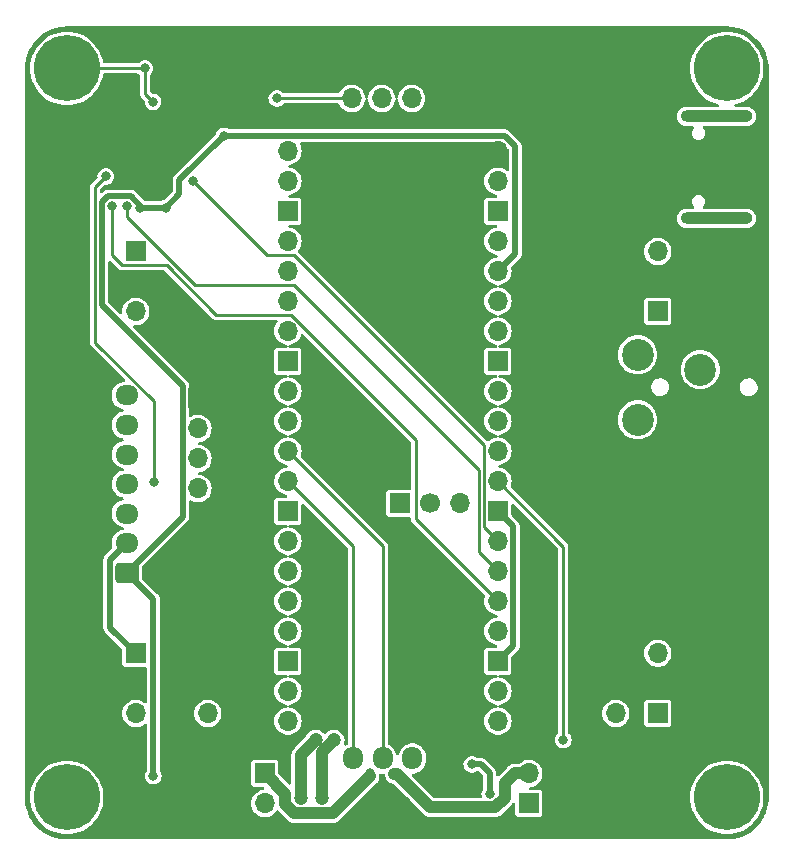
<source format=gbr>
%TF.GenerationSoftware,KiCad,Pcbnew,7.0.10-7.0.10~ubuntu22.04.1*%
%TF.CreationDate,2024-07-18T16:59:02+09:00*%
%TF.ProjectId,TurtlePico,54757274-6c65-4506-9963-6f2e6b696361,rev?*%
%TF.SameCoordinates,Original*%
%TF.FileFunction,Copper,L2,Bot*%
%TF.FilePolarity,Positive*%
%FSLAX46Y46*%
G04 Gerber Fmt 4.6, Leading zero omitted, Abs format (unit mm)*
G04 Created by KiCad (PCBNEW 7.0.10-7.0.10~ubuntu22.04.1) date 2024-07-18 16:59:02*
%MOMM*%
%LPD*%
G01*
G04 APERTURE LIST*
G04 Aperture macros list*
%AMRoundRect*
0 Rectangle with rounded corners*
0 $1 Rounding radius*
0 $2 $3 $4 $5 $6 $7 $8 $9 X,Y pos of 4 corners*
0 Add a 4 corners polygon primitive as box body*
4,1,4,$2,$3,$4,$5,$6,$7,$8,$9,$2,$3,0*
0 Add four circle primitives for the rounded corners*
1,1,$1+$1,$2,$3*
1,1,$1+$1,$4,$5*
1,1,$1+$1,$6,$7*
1,1,$1+$1,$8,$9*
0 Add four rect primitives between the rounded corners*
20,1,$1+$1,$2,$3,$4,$5,0*
20,1,$1+$1,$4,$5,$6,$7,0*
20,1,$1+$1,$6,$7,$8,$9,0*
20,1,$1+$1,$8,$9,$2,$3,0*%
G04 Aperture macros list end*
%TA.AperFunction,ComponentPad*%
%ADD10C,5.600000*%
%TD*%
%TA.AperFunction,ComponentPad*%
%ADD11C,2.704000*%
%TD*%
%TA.AperFunction,ComponentPad*%
%ADD12R,1.700000X1.700000*%
%TD*%
%TA.AperFunction,ComponentPad*%
%ADD13O,1.700000X1.700000*%
%TD*%
%TA.AperFunction,ComponentPad*%
%ADD14C,1.700000*%
%TD*%
%TA.AperFunction,ComponentPad*%
%ADD15O,1.800000X1.000000*%
%TD*%
%TA.AperFunction,ComponentPad*%
%ADD16O,2.100000X1.000000*%
%TD*%
%TA.AperFunction,ComponentPad*%
%ADD17RoundRect,0.250000X0.725000X-0.600000X0.725000X0.600000X-0.725000X0.600000X-0.725000X-0.600000X0*%
%TD*%
%TA.AperFunction,ComponentPad*%
%ADD18O,1.950000X1.700000*%
%TD*%
%TA.AperFunction,ComponentPad*%
%ADD19RoundRect,0.250000X0.600000X0.725000X-0.600000X0.725000X-0.600000X-0.725000X0.600000X-0.725000X0*%
%TD*%
%TA.AperFunction,ComponentPad*%
%ADD20O,1.700000X1.950000*%
%TD*%
%TA.AperFunction,ViaPad*%
%ADD21C,1.200000*%
%TD*%
%TA.AperFunction,ViaPad*%
%ADD22C,0.800000*%
%TD*%
%TA.AperFunction,Conductor*%
%ADD23C,0.480000*%
%TD*%
%TA.AperFunction,Conductor*%
%ADD24C,0.500000*%
%TD*%
%TA.AperFunction,Conductor*%
%ADD25C,1.000000*%
%TD*%
%TA.AperFunction,Conductor*%
%ADD26C,0.250000*%
%TD*%
G04 APERTURE END LIST*
D10*
%TO.P,REF\u002A\u002A,1*%
%TO.N,GND*%
X117856000Y-126492000D03*
%TD*%
%TO.P,REF\u002A\u002A,1*%
%TO.N,GND*%
X173736000Y-126492000D03*
%TD*%
D11*
%TO.P,J2,R*%
%TO.N,Net-(C2-Pad1)*%
X166188000Y-94514000D03*
%TO.P,J2,S*%
%TO.N,GND*%
X171488000Y-90264000D03*
%TO.P,J2,T*%
%TO.N,Net-(C1-Pad1)*%
X166188000Y-89014000D03*
%TD*%
D12*
%TO.P,J10,1,Pin_1*%
%TO.N,Net-(IC1-BOUT1)*%
X134620000Y-124460000D03*
D13*
%TO.P,J10,2,Pin_2*%
%TO.N,Net-(IC1-BOUT2)*%
X134620000Y-127000000D03*
%TD*%
D12*
%TO.P,J9,1,Pin_1*%
%TO.N,Net-(IC1-AOUT1)*%
X156972000Y-127000000D03*
D13*
%TO.P,J9,2,Pin_2*%
%TO.N,Net-(IC1-AOUT2)*%
X156972000Y-124460000D03*
%TD*%
D12*
%TO.P,J6,1,Pin_1*%
%TO.N,+5V*%
X128965000Y-92710000D03*
D13*
%TO.P,J6,2,Pin_2*%
%TO.N,/GP8*%
X128965000Y-95250000D03*
%TO.P,J6,3,Pin_3*%
%TO.N,GND*%
X128965000Y-97790000D03*
%TO.P,J6,4,Pin_4*%
%TO.N,/GP9*%
X128965000Y-100330000D03*
%TD*%
D12*
%TO.P,J4,1,Pin_1*%
%TO.N,+5V*%
X127254000Y-119380000D03*
D13*
%TO.P,J4,2,Pin_2*%
%TO.N,Net-(J4-Pin_2)*%
X129794000Y-119380000D03*
%TD*%
D12*
%TO.P,J7,1,Pin_1*%
%TO.N,+5V*%
X149596000Y-67310000D03*
D13*
%TO.P,J7,2,Pin_2*%
%TO.N,/GP0*%
X147056000Y-67310000D03*
%TO.P,J7,3,Pin_3*%
%TO.N,Net-(J7-Pin_3)*%
X144516000Y-67310000D03*
%TO.P,J7,4,Pin_4*%
%TO.N,GND*%
X141976000Y-67310000D03*
%TD*%
%TO.P,U2,1,GPIO0*%
%TO.N,/GP0*%
X136575900Y-71770000D03*
%TO.P,U2,2,GPIO1*%
%TO.N,/GP1*%
X136575900Y-74310000D03*
D12*
%TO.P,U2,3,GND*%
%TO.N,GND*%
X136575900Y-76850000D03*
D13*
%TO.P,U2,4,GPIO2*%
%TO.N,/GP2*%
X136575900Y-79390000D03*
%TO.P,U2,5,GPIO3*%
%TO.N,/GP3*%
X136575900Y-81930000D03*
%TO.P,U2,6,GPIO4*%
%TO.N,/GP4*%
X136575900Y-84470000D03*
%TO.P,U2,7,GPIO5*%
%TO.N,/GP5*%
X136575900Y-87010000D03*
D12*
%TO.P,U2,8,GND*%
%TO.N,GND*%
X136575900Y-89550000D03*
D13*
%TO.P,U2,9,GPIO6*%
%TO.N,/GP6*%
X136575900Y-92090000D03*
%TO.P,U2,10,GPIO7*%
%TO.N,/GP7*%
X136575900Y-94630000D03*
%TO.P,U2,11,GPIO8*%
%TO.N,/GP8*%
X136575900Y-97170000D03*
%TO.P,U2,12,GPIO9*%
%TO.N,/GP9*%
X136575900Y-99710000D03*
D12*
%TO.P,U2,13,GND*%
%TO.N,GND*%
X136575900Y-102250000D03*
D13*
%TO.P,U2,14,GPIO10*%
%TO.N,/GP10*%
X136575900Y-104790000D03*
%TO.P,U2,15,GPIO11*%
%TO.N,/GP11*%
X136575900Y-107330000D03*
%TO.P,U2,16,GPIO12*%
%TO.N,/GP12*%
X136575900Y-109870000D03*
%TO.P,U2,17,GPIO13*%
%TO.N,/GP13*%
X136575900Y-112410000D03*
D12*
%TO.P,U2,18,GND*%
%TO.N,GND*%
X136575900Y-114950000D03*
D13*
%TO.P,U2,19,GPIO14*%
%TO.N,/GP14*%
X136575900Y-117490000D03*
%TO.P,U2,20,GPIO15*%
%TO.N,/GP15*%
X136575900Y-120030000D03*
%TO.P,U2,21,GPIO16*%
%TO.N,/GP16*%
X154355900Y-120030000D03*
%TO.P,U2,22,GPIO17*%
%TO.N,/GP17*%
X154355900Y-117490000D03*
D12*
%TO.P,U2,23,GND*%
%TO.N,GND*%
X154355900Y-114950000D03*
D13*
%TO.P,U2,24,GPIO18*%
%TO.N,/GP18*%
X154355900Y-112410000D03*
%TO.P,U2,25,GPIO19*%
%TO.N,/GP19*%
X154355900Y-109870000D03*
%TO.P,U2,26,GPIO20*%
%TO.N,/GP20*%
X154355900Y-107330000D03*
%TO.P,U2,27,GPIO21*%
%TO.N,/GP21*%
X154355900Y-104790000D03*
D12*
%TO.P,U2,28,GND*%
%TO.N,GND*%
X154355900Y-102250000D03*
D13*
%TO.P,U2,29,GPIO22*%
%TO.N,/GP22*%
X154355900Y-99710000D03*
%TO.P,U2,30,RUN*%
%TO.N,unconnected-(U2-RUN-Pad30)*%
X154355900Y-97170000D03*
%TO.P,U2,31,GPIO26_ADC0*%
%TO.N,unconnected-(U2-GPIO26_ADC0-Pad31)*%
X154355900Y-94630000D03*
%TO.P,U2,32,GPIO27_ADC1*%
%TO.N,/GP27*%
X154355900Y-92090000D03*
D12*
%TO.P,U2,33,AGND*%
%TO.N,unconnected-(U2-AGND-Pad33)*%
X154355900Y-89550000D03*
D13*
%TO.P,U2,34,GPIO28_ADC2*%
%TO.N,/GP28*%
X154355900Y-87010000D03*
%TO.P,U2,35,ADC_VREF*%
%TO.N,unconnected-(U2-ADC_VREF-Pad35)*%
X154355900Y-84470000D03*
%TO.P,U2,36,3V3*%
%TO.N,+3.3V*%
X154355900Y-81930000D03*
%TO.P,U2,37,3V3_EN*%
%TO.N,unconnected-(U2-3V3_EN-Pad37)*%
X154355900Y-79390000D03*
D12*
%TO.P,U2,38,GND*%
%TO.N,GND*%
X154355900Y-76850000D03*
D13*
%TO.P,U2,39,VSYS*%
%TO.N,unconnected-(U2-VSYS-Pad39)*%
X154355900Y-74310000D03*
%TO.P,U2,40,VBUS*%
%TO.N,+5V*%
X154355900Y-71770000D03*
D12*
%TO.P,U2,41,SWCLK*%
%TO.N,unconnected-(U2-SWCLK-Pad41)*%
X146050000Y-101600000D03*
D14*
%TO.P,U2,42,GND*%
%TO.N,unconnected-(U2-GND-Pad42)*%
X148590000Y-101600000D03*
D13*
%TO.P,U2,43,SWDIO*%
%TO.N,unconnected-(U2-SWDIO-Pad43)*%
X151130000Y-101600000D03*
%TD*%
D12*
%TO.P,J3,1,Pin_1*%
%TO.N,+5V*%
X161798000Y-119380000D03*
D13*
%TO.P,J3,2,Pin_2*%
%TO.N,Net-(J3-Pin_2)*%
X164338000Y-119380000D03*
%TD*%
D10*
%TO.P,REF\u002A\u002A,1*%
%TO.N,GND*%
X117856000Y-64770000D03*
%TD*%
D15*
%TO.P,J1,S1,SHIELD*%
%TO.N,GND*%
X175017500Y-77470000D03*
%TO.P,J1,S2,SHIELD*%
X175017500Y-68830000D03*
D16*
%TO.P,J1,S3,SHIELD*%
X170837500Y-77470000D03*
%TO.P,J1,S4,SHIELD*%
X170837500Y-68830000D03*
%TD*%
D10*
%TO.P,REF\u002A\u002A,1*%
%TO.N,GND*%
X173736000Y-64770000D03*
%TD*%
D12*
%TO.P,J14,1,Pin_1*%
%TO.N,/GP16*%
X167894000Y-119365000D03*
D13*
%TO.P,J14,2,Pin_2*%
%TO.N,+5V*%
X167894000Y-116825000D03*
%TO.P,J14,3,Pin_3*%
%TO.N,GND*%
X167894000Y-114285000D03*
%TD*%
D17*
%TO.P,J8,1,Pin_1*%
%TO.N,+3.3V*%
X122936000Y-107456000D03*
D18*
%TO.P,J8,2,Pin_2*%
%TO.N,GND*%
X122936000Y-104956000D03*
%TO.P,J8,3,Pin_3*%
%TO.N,/GP11*%
X122936000Y-102456000D03*
%TO.P,J8,4,Pin_4*%
%TO.N,/GP10*%
X122936000Y-99956000D03*
%TO.P,J8,5,Pin_5*%
%TO.N,/GP7*%
X122936000Y-97456000D03*
%TO.P,J8,6,Pin_6*%
%TO.N,/GP6*%
X122936000Y-94956000D03*
%TO.P,J8,7,Pin_7*%
%TO.N,/GP5*%
X122936000Y-92456000D03*
%TD*%
D12*
%TO.P,J13,1,Pin_1*%
%TO.N,GND*%
X123698000Y-80264000D03*
D13*
%TO.P,J13,2,Pin_2*%
%TO.N,+5V*%
X123698000Y-82804000D03*
%TO.P,J13,3,Pin_3*%
%TO.N,/GP2*%
X123698000Y-85344000D03*
%TD*%
D12*
%TO.P,J12,1,Pin_1*%
%TO.N,/GP28*%
X167894000Y-85344000D03*
D13*
%TO.P,J12,2,Pin_2*%
%TO.N,+5V*%
X167894000Y-82804000D03*
%TO.P,J12,3,Pin_3*%
%TO.N,GND*%
X167894000Y-80264000D03*
%TD*%
D12*
%TO.P,J15,1,Pin_1*%
%TO.N,GND*%
X123698000Y-114300000D03*
D13*
%TO.P,J15,2,Pin_2*%
%TO.N,+5V*%
X123698000Y-116840000D03*
%TO.P,J15,3,Pin_3*%
%TO.N,/GP13*%
X123698000Y-119380000D03*
%TD*%
D19*
%TO.P,J5,1,Pin_1*%
%TO.N,+5V*%
X149606000Y-123190000D03*
D20*
%TO.P,J5,2,Pin_2*%
%TO.N,GND*%
X147106000Y-123190000D03*
%TO.P,J5,3,Pin_3*%
%TO.N,/GP8*%
X144606000Y-123190000D03*
%TO.P,J5,4,Pin_4*%
%TO.N,/GP9*%
X142106000Y-123190000D03*
%TD*%
D21*
%TO.N,GND*%
X137668000Y-126542800D03*
D22*
X152146000Y-123698000D03*
X135636000Y-67310000D03*
X125163000Y-67604959D03*
D21*
X138938000Y-121666000D03*
D22*
X124460000Y-64770000D03*
D21*
X140462000Y-121666000D03*
X139446000Y-126542800D03*
D22*
X153670000Y-126238000D03*
%TO.N,+3.3V*%
X131146918Y-70470000D03*
X125179000Y-124655000D03*
X126238000Y-76581000D03*
X124079000Y-76581000D03*
D21*
%TO.N,+5V*%
X146380200Y-126923800D03*
X146583400Y-128117600D03*
D22*
X143256000Y-93726000D03*
X162560000Y-105410000D03*
X143256000Y-85090000D03*
X168910000Y-70358000D03*
X168910000Y-76708000D03*
%TO.N,/GP22*%
X159893000Y-121605000D03*
%TO.N,/GP19*%
X121666000Y-76454000D03*
%TO.N,/GP20*%
X122936000Y-76454000D03*
%TO.N,/GP21*%
X121158000Y-73914000D03*
X125222000Y-99822000D03*
X128524000Y-74295000D03*
%TO.N,Net-(IC1-AOUT2)*%
X145542000Y-124460000D03*
%TO.N,Net-(IC1-BOUT1)*%
X143510000Y-124460000D03*
%TD*%
D23*
%TO.N,GND*%
X153670000Y-124460000D02*
X153670000Y-126238000D01*
D24*
X155655900Y-113650000D02*
X155655900Y-103550000D01*
D23*
X153670000Y-124460000D02*
X152908000Y-123698000D01*
D25*
X170837500Y-68830000D02*
X175017500Y-68830000D01*
X170837500Y-77470000D02*
X175017500Y-77470000D01*
X139446000Y-126542800D02*
X139446000Y-122682000D01*
D26*
X124460000Y-66901959D02*
X125163000Y-67604959D01*
D25*
X137668000Y-126542800D02*
X137668000Y-122936000D01*
D23*
X152908000Y-123698000D02*
X152146000Y-123698000D01*
D25*
X139446000Y-122682000D02*
X140462000Y-121666000D01*
D26*
X124460000Y-64770000D02*
X124460000Y-66901959D01*
D24*
X155655900Y-103550000D02*
X154355900Y-102250000D01*
X123698000Y-114300000D02*
X121511000Y-112113000D01*
D25*
X137668000Y-122936000D02*
X138938000Y-121666000D01*
D26*
X124460000Y-64770000D02*
X117856000Y-64770000D01*
D24*
X121511000Y-112113000D02*
X121511000Y-106381000D01*
X121511000Y-106381000D02*
X122936000Y-104956000D01*
X154355900Y-114950000D02*
X155655900Y-113650000D01*
D26*
X141976000Y-67310000D02*
X135636000Y-67310000D01*
D24*
%TO.N,+3.3V*%
X124079000Y-76581000D02*
X126238000Y-76581000D01*
X127381000Y-74235918D02*
X131146918Y-70470000D01*
X125179000Y-109699000D02*
X125179000Y-124655000D01*
X124079000Y-76394918D02*
X124079000Y-76581000D01*
X120816000Y-76101918D02*
X121313918Y-75604000D01*
X123288082Y-75604000D02*
X124079000Y-76394918D01*
X122936000Y-107456000D02*
X127665000Y-102727000D01*
X155829000Y-80456900D02*
X154355900Y-81930000D01*
X131146918Y-70470000D02*
X154925000Y-70470000D01*
X126238000Y-76581000D02*
X127381000Y-75438000D01*
X127665000Y-102727000D02*
X127665000Y-91657478D01*
X127381000Y-75438000D02*
X127381000Y-74235918D01*
X122936000Y-107456000D02*
X125179000Y-109699000D01*
X121313918Y-75604000D02*
X123288082Y-75604000D01*
X154925000Y-70470000D02*
X155829000Y-71374000D01*
X155829000Y-71374000D02*
X155829000Y-80456900D01*
X120816000Y-84808478D02*
X120816000Y-76101918D01*
X127665000Y-91657478D02*
X120816000Y-84808478D01*
D26*
%TO.N,/GP8*%
X144606000Y-105200100D02*
X136575900Y-97170000D01*
X144606000Y-123190000D02*
X144606000Y-105200100D01*
%TO.N,/GP9*%
X142106000Y-105240100D02*
X136575900Y-99710000D01*
X142106000Y-123190000D02*
X142106000Y-105240100D01*
%TO.N,/GP22*%
X159893000Y-105247100D02*
X154355900Y-99710000D01*
X159893000Y-121605000D02*
X159893000Y-105247100D01*
%TO.N,/GP19*%
X154355900Y-109870000D02*
X147415000Y-102929100D01*
X130508000Y-85645000D02*
X126302000Y-81439000D01*
X121666000Y-76454000D02*
X121666000Y-80582000D01*
X122523000Y-81439000D02*
X121666000Y-80582000D01*
X126302000Y-81439000D02*
X122523000Y-81439000D01*
X147415000Y-102929100D02*
X147415000Y-96187399D01*
X147415000Y-96187399D02*
X136872601Y-85645000D01*
X136872601Y-85645000D02*
X130508000Y-85645000D01*
%TO.N,/GP20*%
X152730900Y-98773299D02*
X137062601Y-83105000D01*
X128698000Y-83105000D02*
X122936000Y-77343000D01*
X154355900Y-107330000D02*
X152730900Y-105705000D01*
X122936000Y-77343000D02*
X122936000Y-76454000D01*
X152730900Y-105705000D02*
X152730900Y-98773299D01*
X137062601Y-83105000D02*
X128698000Y-83105000D01*
%TO.N,/GP21*%
X134794000Y-80565000D02*
X128524000Y-74295000D01*
X120241000Y-87974299D02*
X120241000Y-74831000D01*
X153180900Y-103615000D02*
X153180900Y-96683299D01*
X125222000Y-92955299D02*
X120241000Y-87974299D01*
X154355900Y-104790000D02*
X153180900Y-103615000D01*
X125222000Y-99822000D02*
X125222000Y-92955299D01*
X153180900Y-96683299D02*
X137062601Y-80565000D01*
X120241000Y-74831000D02*
X121158000Y-73914000D01*
X137062601Y-80565000D02*
X134794000Y-80565000D01*
D25*
%TO.N,Net-(IC1-AOUT2)*%
X148632878Y-127338000D02*
X145810393Y-124515515D01*
X154940000Y-125289919D02*
X154940000Y-126523635D01*
X145810393Y-124515515D02*
X145597515Y-124515515D01*
X154940000Y-126523635D02*
X154125635Y-127338000D01*
X155769919Y-124460000D02*
X154940000Y-125289919D01*
X154125635Y-127338000D02*
X148632878Y-127338000D01*
X156972000Y-124460000D02*
X155769919Y-124460000D01*
%TO.N,Net-(IC1-BOUT1)*%
X136368000Y-127081278D02*
X137129522Y-127842800D01*
X134620000Y-124460000D02*
X136368000Y-126208000D01*
X137129522Y-127842800D02*
X140381200Y-127842800D01*
X136368000Y-126208000D02*
X136368000Y-127081278D01*
X140381200Y-127842800D02*
X143510000Y-124714000D01*
%TD*%
%TA.AperFunction,Conductor*%
%TO.N,+5V*%
G36*
X154712652Y-71040185D02*
G01*
X154733294Y-71056819D01*
X155242181Y-71565705D01*
X155275666Y-71627028D01*
X155278500Y-71653386D01*
X155278500Y-73313412D01*
X155258815Y-73380451D01*
X155206011Y-73426206D01*
X155136853Y-73436150D01*
X155073297Y-73407125D01*
X155070963Y-73405050D01*
X155052203Y-73387949D01*
X155052202Y-73387948D01*
X154870919Y-73275702D01*
X154870917Y-73275701D01*
X154771508Y-73237190D01*
X154672098Y-73198679D01*
X154462510Y-73159500D01*
X154249290Y-73159500D01*
X154039702Y-73198679D01*
X154039699Y-73198679D01*
X154039699Y-73198680D01*
X153840882Y-73275701D01*
X153840880Y-73275702D01*
X153659599Y-73387947D01*
X153502027Y-73531593D01*
X153373532Y-73701746D01*
X153278496Y-73892605D01*
X153278496Y-73892607D01*
X153220144Y-74097689D01*
X153205578Y-74254890D01*
X153200471Y-74310000D01*
X153220144Y-74522310D01*
X153244522Y-74607990D01*
X153278496Y-74727392D01*
X153278496Y-74727394D01*
X153373532Y-74918253D01*
X153495072Y-75079196D01*
X153502028Y-75088407D01*
X153659598Y-75232052D01*
X153840881Y-75344298D01*
X154039702Y-75421321D01*
X154212444Y-75453612D01*
X154274723Y-75485279D01*
X154309996Y-75545591D01*
X154307062Y-75615400D01*
X154266853Y-75672540D01*
X154202135Y-75698871D01*
X154189657Y-75699500D01*
X153461043Y-75699500D01*
X153461017Y-75699502D01*
X153435912Y-75702413D01*
X153435908Y-75702415D01*
X153333135Y-75747793D01*
X153253694Y-75827234D01*
X153208315Y-75930006D01*
X153208315Y-75930008D01*
X153205400Y-75955131D01*
X153205400Y-77744856D01*
X153205402Y-77744882D01*
X153208313Y-77769987D01*
X153208315Y-77769991D01*
X153253693Y-77872764D01*
X153253694Y-77872765D01*
X153333135Y-77952206D01*
X153435909Y-77997585D01*
X153461035Y-78000500D01*
X154189658Y-78000499D01*
X154256695Y-78020183D01*
X154302450Y-78072987D01*
X154312394Y-78142146D01*
X154283369Y-78205702D01*
X154224591Y-78243476D01*
X154212442Y-78246388D01*
X154164404Y-78255368D01*
X154039702Y-78278679D01*
X154039700Y-78278679D01*
X154039698Y-78278680D01*
X153840882Y-78355701D01*
X153840880Y-78355702D01*
X153659599Y-78467947D01*
X153502027Y-78611593D01*
X153373532Y-78781746D01*
X153278496Y-78972605D01*
X153278496Y-78972607D01*
X153220144Y-79177689D01*
X153200471Y-79389999D01*
X153200471Y-79390000D01*
X153220144Y-79602310D01*
X153278496Y-79807392D01*
X153278496Y-79807394D01*
X153373532Y-79998253D01*
X153480198Y-80139500D01*
X153502028Y-80168407D01*
X153659598Y-80312052D01*
X153840881Y-80424298D01*
X154039702Y-80501321D01*
X154236513Y-80538111D01*
X154298793Y-80569779D01*
X154334066Y-80630092D01*
X154331132Y-80699900D01*
X154290923Y-80757040D01*
X154236513Y-80781888D01*
X154039702Y-80818679D01*
X154039699Y-80818679D01*
X154039699Y-80818680D01*
X153840882Y-80895701D01*
X153840880Y-80895702D01*
X153659599Y-81007947D01*
X153502027Y-81151593D01*
X153373532Y-81321746D01*
X153278496Y-81512605D01*
X153278496Y-81512607D01*
X153220144Y-81717689D01*
X153200471Y-81929999D01*
X153200471Y-81930000D01*
X153220144Y-82142310D01*
X153278496Y-82347392D01*
X153278496Y-82347394D01*
X153373532Y-82538253D01*
X153480198Y-82679500D01*
X153502028Y-82708407D01*
X153659598Y-82852052D01*
X153840881Y-82964298D01*
X154039702Y-83041321D01*
X154236513Y-83078111D01*
X154298793Y-83109779D01*
X154334066Y-83170092D01*
X154331132Y-83239900D01*
X154290923Y-83297040D01*
X154236513Y-83321888D01*
X154039702Y-83358679D01*
X154039699Y-83358679D01*
X154039699Y-83358680D01*
X153840882Y-83435701D01*
X153840880Y-83435702D01*
X153659599Y-83547947D01*
X153502027Y-83691593D01*
X153373532Y-83861746D01*
X153278496Y-84052605D01*
X153278496Y-84052607D01*
X153220144Y-84257689D01*
X153200471Y-84469999D01*
X153200471Y-84470000D01*
X153220144Y-84682310D01*
X153278496Y-84887392D01*
X153278496Y-84887394D01*
X153373532Y-85078253D01*
X153480198Y-85219500D01*
X153502028Y-85248407D01*
X153659598Y-85392052D01*
X153840881Y-85504298D01*
X154039702Y-85581321D01*
X154236513Y-85618111D01*
X154298793Y-85649779D01*
X154334066Y-85710092D01*
X154331132Y-85779900D01*
X154290923Y-85837040D01*
X154236513Y-85861888D01*
X154039702Y-85898679D01*
X154039699Y-85898679D01*
X154039699Y-85898680D01*
X153840882Y-85975701D01*
X153840880Y-85975702D01*
X153659599Y-86087947D01*
X153502027Y-86231593D01*
X153373532Y-86401746D01*
X153278496Y-86592605D01*
X153278496Y-86592607D01*
X153220144Y-86797689D01*
X153200471Y-87009999D01*
X153200471Y-87010000D01*
X153220144Y-87222310D01*
X153278496Y-87427392D01*
X153278496Y-87427394D01*
X153373532Y-87618253D01*
X153502027Y-87788406D01*
X153502028Y-87788407D01*
X153659598Y-87932052D01*
X153840881Y-88044298D01*
X154039702Y-88121321D01*
X154212444Y-88153612D01*
X154274723Y-88185279D01*
X154309996Y-88245591D01*
X154307062Y-88315400D01*
X154266853Y-88372540D01*
X154202135Y-88398871D01*
X154189657Y-88399500D01*
X153461043Y-88399500D01*
X153461017Y-88399502D01*
X153435912Y-88402413D01*
X153435908Y-88402415D01*
X153333135Y-88447793D01*
X153253694Y-88527234D01*
X153208315Y-88630006D01*
X153208315Y-88630008D01*
X153205400Y-88655131D01*
X153205400Y-90444856D01*
X153205402Y-90444882D01*
X153208313Y-90469987D01*
X153208315Y-90469991D01*
X153253693Y-90572764D01*
X153253694Y-90572765D01*
X153333135Y-90652206D01*
X153435909Y-90697585D01*
X153461035Y-90700500D01*
X154189658Y-90700499D01*
X154256695Y-90720183D01*
X154302450Y-90772987D01*
X154312394Y-90842146D01*
X154283369Y-90905702D01*
X154224591Y-90943476D01*
X154212442Y-90946388D01*
X154156016Y-90956935D01*
X154039702Y-90978679D01*
X154039700Y-90978679D01*
X154039698Y-90978680D01*
X153840882Y-91055701D01*
X153840880Y-91055702D01*
X153659599Y-91167947D01*
X153502027Y-91311593D01*
X153373532Y-91481746D01*
X153278496Y-91672605D01*
X153278496Y-91672607D01*
X153265060Y-91719831D01*
X153220144Y-91877690D01*
X153200471Y-92090000D01*
X153220144Y-92302310D01*
X153277291Y-92503159D01*
X153278496Y-92507392D01*
X153278496Y-92507394D01*
X153373532Y-92698253D01*
X153429375Y-92772200D01*
X153502028Y-92868407D01*
X153659598Y-93012052D01*
X153840881Y-93124298D01*
X154039702Y-93201321D01*
X154236513Y-93238111D01*
X154298793Y-93269779D01*
X154334066Y-93330092D01*
X154331132Y-93399900D01*
X154290923Y-93457040D01*
X154236513Y-93481888D01*
X154039702Y-93518679D01*
X154039699Y-93518679D01*
X154039699Y-93518680D01*
X153840882Y-93595701D01*
X153840880Y-93595702D01*
X153659599Y-93707947D01*
X153502027Y-93851593D01*
X153373532Y-94021746D01*
X153278496Y-94212605D01*
X153278496Y-94212607D01*
X153220144Y-94417689D01*
X153200471Y-94629999D01*
X153200471Y-94630000D01*
X153220144Y-94842310D01*
X153278496Y-95047392D01*
X153278496Y-95047394D01*
X153373532Y-95238253D01*
X153399168Y-95272200D01*
X153502028Y-95408407D01*
X153659598Y-95552052D01*
X153840881Y-95664298D01*
X154039702Y-95741321D01*
X154236513Y-95778111D01*
X154298793Y-95809779D01*
X154334066Y-95870092D01*
X154331132Y-95939900D01*
X154290923Y-95997040D01*
X154236513Y-96021888D01*
X154039702Y-96058679D01*
X154039699Y-96058679D01*
X154039699Y-96058680D01*
X153840882Y-96135701D01*
X153840880Y-96135702D01*
X153659599Y-96247947D01*
X153583725Y-96317115D01*
X153520920Y-96347731D01*
X153451533Y-96339533D01*
X153412506Y-96313158D01*
X137436230Y-80336881D01*
X137402745Y-80275558D01*
X137407729Y-80205866D01*
X137427339Y-80173754D01*
X137426317Y-80172982D01*
X137429773Y-80168406D01*
X137558266Y-79998255D01*
X137653305Y-79807389D01*
X137711656Y-79602310D01*
X137731329Y-79390000D01*
X137711656Y-79177690D01*
X137653305Y-78972611D01*
X137653303Y-78972606D01*
X137653303Y-78972605D01*
X137558267Y-78781746D01*
X137429772Y-78611593D01*
X137272202Y-78467948D01*
X137090919Y-78355702D01*
X137090917Y-78355701D01*
X136991508Y-78317190D01*
X136892098Y-78278679D01*
X136719356Y-78246387D01*
X136657076Y-78214719D01*
X136621803Y-78154407D01*
X136624737Y-78084599D01*
X136664946Y-78027459D01*
X136729664Y-78001128D01*
X136742133Y-78000499D01*
X137470764Y-78000499D01*
X137470779Y-78000497D01*
X137470782Y-78000497D01*
X137495887Y-77997586D01*
X137495888Y-77997585D01*
X137495891Y-77997585D01*
X137598665Y-77952206D01*
X137678106Y-77872765D01*
X137723485Y-77769991D01*
X137726400Y-77744865D01*
X137726399Y-75955136D01*
X137726397Y-75955117D01*
X137723486Y-75930012D01*
X137723485Y-75930010D01*
X137723485Y-75930009D01*
X137678106Y-75827235D01*
X137598665Y-75747794D01*
X137587971Y-75743072D01*
X137495892Y-75702415D01*
X137470768Y-75699500D01*
X136742143Y-75699500D01*
X136675104Y-75679815D01*
X136629349Y-75627011D01*
X136619405Y-75557853D01*
X136648430Y-75494297D01*
X136707208Y-75456523D01*
X136719341Y-75453614D01*
X136892098Y-75421321D01*
X137090919Y-75344298D01*
X137272202Y-75232052D01*
X137429772Y-75088407D01*
X137558266Y-74918255D01*
X137583829Y-74866917D01*
X137653303Y-74727394D01*
X137653303Y-74727393D01*
X137653305Y-74727389D01*
X137711656Y-74522310D01*
X137731329Y-74310000D01*
X137711656Y-74097690D01*
X137653305Y-73892611D01*
X137653303Y-73892606D01*
X137653303Y-73892605D01*
X137558267Y-73701746D01*
X137429772Y-73531593D01*
X137407436Y-73511231D01*
X137272202Y-73387948D01*
X137090919Y-73275702D01*
X137090917Y-73275701D01*
X136991508Y-73237190D01*
X136892098Y-73198679D01*
X136695285Y-73161888D01*
X136633006Y-73130221D01*
X136597733Y-73069908D01*
X136600667Y-73000100D01*
X136640876Y-72942960D01*
X136695284Y-72918111D01*
X136892098Y-72881321D01*
X137090919Y-72804298D01*
X137272202Y-72692052D01*
X137429772Y-72548407D01*
X137558266Y-72378255D01*
X137653305Y-72187389D01*
X137711656Y-71982310D01*
X137731329Y-71770000D01*
X137711656Y-71557690D01*
X137653305Y-71352611D01*
X137653303Y-71352606D01*
X137653303Y-71352605D01*
X137577201Y-71199771D01*
X137564940Y-71130986D01*
X137591813Y-71066491D01*
X137649289Y-71026763D01*
X137688201Y-71020500D01*
X154645613Y-71020500D01*
X154712652Y-71040185D01*
G37*
%TD.AperFunction*%
%TA.AperFunction,Conductor*%
G36*
X173736840Y-61214010D02*
G01*
X173916553Y-61216362D01*
X173927869Y-61217029D01*
X174286206Y-61254691D01*
X174299022Y-61256721D01*
X174650634Y-61331459D01*
X174663169Y-61334818D01*
X175005048Y-61445901D01*
X175017165Y-61450552D01*
X175345571Y-61596768D01*
X175357120Y-61602653D01*
X175599298Y-61742474D01*
X175668438Y-61782392D01*
X175679320Y-61789459D01*
X175970143Y-62000754D01*
X175980226Y-62008919D01*
X176247367Y-62249454D01*
X176256545Y-62258632D01*
X176497080Y-62525773D01*
X176505248Y-62535860D01*
X176716538Y-62826676D01*
X176723607Y-62837561D01*
X176903342Y-63148871D01*
X176909235Y-63160436D01*
X177055447Y-63488834D01*
X177060098Y-63500951D01*
X177171181Y-63842830D01*
X177174540Y-63855367D01*
X177249277Y-64206975D01*
X177251308Y-64219795D01*
X177288969Y-64578118D01*
X177289637Y-64589456D01*
X177291989Y-64769158D01*
X177292000Y-64770781D01*
X177292000Y-126491218D01*
X177291989Y-126492841D01*
X177289637Y-126672543D01*
X177288969Y-126683881D01*
X177251308Y-127042204D01*
X177249277Y-127055024D01*
X177174540Y-127406632D01*
X177171181Y-127419169D01*
X177060098Y-127761048D01*
X177055447Y-127773165D01*
X176909235Y-128101563D01*
X176903342Y-128113128D01*
X176723607Y-128424438D01*
X176716538Y-128435323D01*
X176505248Y-128726139D01*
X176497080Y-128736226D01*
X176256545Y-129003367D01*
X176247367Y-129012545D01*
X175980226Y-129253080D01*
X175970139Y-129261248D01*
X175679323Y-129472538D01*
X175668438Y-129479607D01*
X175357128Y-129659342D01*
X175345563Y-129665235D01*
X175017165Y-129811447D01*
X175005048Y-129816098D01*
X174663169Y-129927181D01*
X174650632Y-129930540D01*
X174299024Y-130005277D01*
X174286204Y-130007308D01*
X173927881Y-130044969D01*
X173916543Y-130045637D01*
X173743514Y-130047901D01*
X173736839Y-130047989D01*
X173735219Y-130048000D01*
X117856781Y-130048000D01*
X117855160Y-130047989D01*
X117848302Y-130047899D01*
X117675456Y-130045637D01*
X117664118Y-130044969D01*
X117305795Y-130007308D01*
X117292975Y-130005277D01*
X116941367Y-129930540D01*
X116928830Y-129927181D01*
X116586951Y-129816098D01*
X116574834Y-129811447D01*
X116246436Y-129665235D01*
X116234871Y-129659342D01*
X115923561Y-129479607D01*
X115912676Y-129472538D01*
X115621860Y-129261248D01*
X115611773Y-129253080D01*
X115344632Y-129012545D01*
X115335454Y-129003367D01*
X115094919Y-128736226D01*
X115086751Y-128726139D01*
X115026564Y-128643299D01*
X114875459Y-128435320D01*
X114868392Y-128424438D01*
X114688653Y-128113120D01*
X114682768Y-128101571D01*
X114536552Y-127773165D01*
X114531901Y-127761048D01*
X114420818Y-127419169D01*
X114417459Y-127406632D01*
X114342722Y-127055024D01*
X114340691Y-127042204D01*
X114334379Y-126982149D01*
X114303029Y-126683869D01*
X114302362Y-126672553D01*
X114300011Y-126492840D01*
X114300005Y-126492000D01*
X114750615Y-126492000D01*
X114770140Y-126839688D01*
X114770142Y-126839700D01*
X114806984Y-127056540D01*
X114828473Y-127183013D01*
X114924879Y-127517644D01*
X115058145Y-127839376D01*
X115226595Y-128144164D01*
X115428112Y-128428176D01*
X115660161Y-128687839D01*
X115919824Y-128919888D01*
X116203836Y-129121405D01*
X116508624Y-129289855D01*
X116830356Y-129423121D01*
X117164987Y-129519527D01*
X117508307Y-129577859D01*
X117856000Y-129597385D01*
X118203693Y-129577859D01*
X118547013Y-129519527D01*
X118881644Y-129423121D01*
X119203376Y-129289855D01*
X119508164Y-129121405D01*
X119792176Y-128919888D01*
X120051839Y-128687839D01*
X120283888Y-128428176D01*
X120485405Y-128144164D01*
X120653855Y-127839376D01*
X120787121Y-127517644D01*
X120883527Y-127183013D01*
X120941859Y-126839693D01*
X120961385Y-126492000D01*
X120941859Y-126144307D01*
X120883527Y-125800987D01*
X120787121Y-125466356D01*
X120653855Y-125144624D01*
X120485405Y-124839836D01*
X120283888Y-124555824D01*
X120051839Y-124296161D01*
X119792176Y-124064112D01*
X119508164Y-123862595D01*
X119203376Y-123694145D01*
X119196068Y-123691118D01*
X119119736Y-123659500D01*
X118881644Y-123560879D01*
X118714328Y-123512676D01*
X118547017Y-123464474D01*
X118547009Y-123464472D01*
X118203700Y-123406142D01*
X118203688Y-123406140D01*
X117856000Y-123386615D01*
X117508311Y-123406140D01*
X117508299Y-123406142D01*
X117164990Y-123464472D01*
X117164982Y-123464474D01*
X116830359Y-123560878D01*
X116830356Y-123560879D01*
X116820079Y-123565136D01*
X116508625Y-123694144D01*
X116203835Y-123862595D01*
X116069744Y-123957738D01*
X115919824Y-124064112D01*
X115660161Y-124296161D01*
X115428112Y-124555824D01*
X115414069Y-124575616D01*
X115226595Y-124839835D01*
X115058144Y-125144625D01*
X114975934Y-125343099D01*
X114952863Y-125398798D01*
X114924878Y-125466359D01*
X114828474Y-125800982D01*
X114828472Y-125800990D01*
X114770142Y-126144299D01*
X114770140Y-126144311D01*
X114750615Y-126492000D01*
X114300005Y-126492000D01*
X114300000Y-126491218D01*
X114300000Y-88041693D01*
X119815500Y-88041693D01*
X119822962Y-88064657D01*
X119827503Y-88083572D01*
X119830470Y-88102309D01*
X119831281Y-88107426D01*
X119842243Y-88128940D01*
X119849688Y-88146914D01*
X119857150Y-88169879D01*
X119871340Y-88189409D01*
X119881508Y-88206002D01*
X119892470Y-88227517D01*
X122765639Y-91100686D01*
X122799124Y-91162009D01*
X122794140Y-91231701D01*
X122752268Y-91287634D01*
X122689400Y-91311838D01*
X122598689Y-91320244D01*
X122393607Y-91378596D01*
X122393605Y-91378596D01*
X122202746Y-91473632D01*
X122032593Y-91602127D01*
X121888947Y-91759699D01*
X121776702Y-91940980D01*
X121776701Y-91940982D01*
X121718972Y-92090000D01*
X121699679Y-92139802D01*
X121660500Y-92349390D01*
X121660500Y-92562610D01*
X121699679Y-92772198D01*
X121776702Y-92971019D01*
X121888948Y-93152302D01*
X121967174Y-93238111D01*
X122032593Y-93309872D01*
X122202746Y-93438367D01*
X122393606Y-93533403D01*
X122393608Y-93533403D01*
X122393611Y-93533405D01*
X122527971Y-93571634D01*
X122581039Y-93586734D01*
X122640132Y-93624014D01*
X122669689Y-93687324D01*
X122660327Y-93756563D01*
X122615017Y-93809749D01*
X122581039Y-93825266D01*
X122393607Y-93878596D01*
X122393605Y-93878596D01*
X122202746Y-93973632D01*
X122032593Y-94102127D01*
X121888947Y-94259699D01*
X121776702Y-94440980D01*
X121776701Y-94440982D01*
X121703476Y-94630000D01*
X121699679Y-94639802D01*
X121660500Y-94849390D01*
X121660500Y-95062610D01*
X121699679Y-95272198D01*
X121776702Y-95471019D01*
X121888948Y-95652302D01*
X121970100Y-95741321D01*
X122032593Y-95809872D01*
X122202746Y-95938367D01*
X122393606Y-96033403D01*
X122393608Y-96033403D01*
X122393611Y-96033405D01*
X122527971Y-96071634D01*
X122581039Y-96086734D01*
X122640132Y-96124014D01*
X122669689Y-96187324D01*
X122660327Y-96256563D01*
X122615017Y-96309749D01*
X122581039Y-96325266D01*
X122393607Y-96378596D01*
X122393605Y-96378596D01*
X122202746Y-96473632D01*
X122032593Y-96602127D01*
X121888947Y-96759699D01*
X121776702Y-96940980D01*
X121776701Y-96940982D01*
X121749347Y-97011593D01*
X121699679Y-97139802D01*
X121660500Y-97349390D01*
X121660500Y-97562610D01*
X121699679Y-97772198D01*
X121776702Y-97971019D01*
X121888948Y-98152302D01*
X122008422Y-98283358D01*
X122032593Y-98309872D01*
X122202746Y-98438367D01*
X122393606Y-98533403D01*
X122393608Y-98533403D01*
X122393611Y-98533405D01*
X122516625Y-98568406D01*
X122581039Y-98586734D01*
X122640132Y-98624014D01*
X122669689Y-98687324D01*
X122660327Y-98756563D01*
X122615017Y-98809749D01*
X122581039Y-98825266D01*
X122393607Y-98878596D01*
X122393605Y-98878596D01*
X122202746Y-98973632D01*
X122032593Y-99102127D01*
X121888947Y-99259699D01*
X121776702Y-99440980D01*
X121776701Y-99440982D01*
X121756136Y-99494068D01*
X121699679Y-99639802D01*
X121660500Y-99849390D01*
X121660500Y-100062610D01*
X121699679Y-100272198D01*
X121738190Y-100371608D01*
X121768365Y-100449500D01*
X121776702Y-100471019D01*
X121888948Y-100652302D01*
X121982294Y-100754697D01*
X122032593Y-100809872D01*
X122202746Y-100938367D01*
X122393606Y-101033403D01*
X122393608Y-101033403D01*
X122393611Y-101033405D01*
X122527971Y-101071634D01*
X122581039Y-101086734D01*
X122640132Y-101124014D01*
X122669689Y-101187324D01*
X122660327Y-101256563D01*
X122615017Y-101309749D01*
X122581039Y-101325266D01*
X122393607Y-101378596D01*
X122393605Y-101378596D01*
X122202746Y-101473632D01*
X122032593Y-101602127D01*
X121888947Y-101759699D01*
X121776702Y-101940980D01*
X121776701Y-101940982D01*
X121699680Y-102139799D01*
X121699679Y-102139802D01*
X121660500Y-102349390D01*
X121660500Y-102562610D01*
X121699679Y-102772198D01*
X121776702Y-102971019D01*
X121888948Y-103152302D01*
X121998765Y-103272765D01*
X122032593Y-103309872D01*
X122202746Y-103438367D01*
X122393606Y-103533403D01*
X122393608Y-103533403D01*
X122393611Y-103533405D01*
X122527971Y-103571634D01*
X122581039Y-103586734D01*
X122640132Y-103624014D01*
X122669689Y-103687324D01*
X122660327Y-103756563D01*
X122615017Y-103809749D01*
X122581039Y-103825266D01*
X122393607Y-103878596D01*
X122393605Y-103878596D01*
X122202746Y-103973632D01*
X122032593Y-104102127D01*
X121888947Y-104259699D01*
X121776702Y-104440980D01*
X121776701Y-104440982D01*
X121723741Y-104577689D01*
X121699679Y-104639802D01*
X121660500Y-104849390D01*
X121660500Y-105062610D01*
X121681080Y-105172704D01*
X121699680Y-105272205D01*
X121710029Y-105298918D01*
X121715890Y-105368542D01*
X121683179Y-105430281D01*
X121682083Y-105431391D01*
X121129880Y-105983593D01*
X121126837Y-105986534D01*
X121079958Y-106030317D01*
X121058606Y-106065427D01*
X121051470Y-106075911D01*
X121042802Y-106087343D01*
X121026639Y-106108658D01*
X121026636Y-106108663D01*
X121020055Y-106125352D01*
X121010653Y-106144283D01*
X121001327Y-106159619D01*
X120990242Y-106199181D01*
X120986198Y-106211208D01*
X120971122Y-106249440D01*
X120969288Y-106267284D01*
X120965342Y-106288048D01*
X120960501Y-106305328D01*
X120960500Y-106305337D01*
X120960500Y-106346418D01*
X120959850Y-106359098D01*
X120955648Y-106399970D01*
X120955648Y-106399975D01*
X120958697Y-106417656D01*
X120960500Y-106438724D01*
X120960500Y-112101477D01*
X120960428Y-112105709D01*
X120958238Y-112169829D01*
X120967963Y-112209733D01*
X120970334Y-112222208D01*
X120975930Y-112262920D01*
X120983079Y-112279379D01*
X120989819Y-112299420D01*
X120994067Y-112316852D01*
X120994067Y-112316853D01*
X121014206Y-112352671D01*
X121019846Y-112364025D01*
X121031854Y-112391670D01*
X121036221Y-112401723D01*
X121047541Y-112415636D01*
X121059439Y-112433117D01*
X121068234Y-112448760D01*
X121068236Y-112448761D01*
X121097286Y-112477811D01*
X121105784Y-112487226D01*
X121131722Y-112519108D01*
X121146381Y-112529455D01*
X121162552Y-112543077D01*
X122511181Y-113891705D01*
X122544666Y-113953028D01*
X122547500Y-113979386D01*
X122547500Y-115194856D01*
X122547502Y-115194882D01*
X122550413Y-115219987D01*
X122550415Y-115219991D01*
X122595793Y-115322764D01*
X122595794Y-115322765D01*
X122675235Y-115402206D01*
X122778009Y-115447585D01*
X122803135Y-115450500D01*
X124504500Y-115450499D01*
X124571539Y-115470184D01*
X124617294Y-115522987D01*
X124628500Y-115574499D01*
X124628500Y-118390614D01*
X124608815Y-118457653D01*
X124556011Y-118503408D01*
X124486853Y-118513352D01*
X124423297Y-118484327D01*
X124420962Y-118482252D01*
X124407679Y-118470143D01*
X124394302Y-118457948D01*
X124213019Y-118345702D01*
X124213017Y-118345701D01*
X124113608Y-118307190D01*
X124014198Y-118268679D01*
X123804610Y-118229500D01*
X123591390Y-118229500D01*
X123381802Y-118268679D01*
X123381799Y-118268679D01*
X123381799Y-118268680D01*
X123182982Y-118345701D01*
X123182980Y-118345702D01*
X123001699Y-118457947D01*
X122844127Y-118601593D01*
X122715632Y-118771746D01*
X122620596Y-118962605D01*
X122620596Y-118962607D01*
X122562244Y-119167689D01*
X122542571Y-119379999D01*
X122542571Y-119380000D01*
X122562244Y-119592310D01*
X122620596Y-119797392D01*
X122620596Y-119797394D01*
X122715632Y-119988253D01*
X122767500Y-120056936D01*
X122844128Y-120158407D01*
X123001698Y-120302052D01*
X123182981Y-120414298D01*
X123381802Y-120491321D01*
X123591390Y-120530500D01*
X123591392Y-120530500D01*
X123804608Y-120530500D01*
X123804610Y-120530500D01*
X124014198Y-120491321D01*
X124213019Y-120414298D01*
X124394302Y-120302052D01*
X124420961Y-120277749D01*
X124483765Y-120247131D01*
X124553152Y-120255328D01*
X124607092Y-120299737D01*
X124628461Y-120366259D01*
X124628500Y-120369385D01*
X124628500Y-124180761D01*
X124608815Y-124247800D01*
X124606550Y-124251201D01*
X124554183Y-124327068D01*
X124554182Y-124327068D01*
X124493860Y-124486125D01*
X124493859Y-124486130D01*
X124473355Y-124655000D01*
X124493859Y-124823869D01*
X124493860Y-124823874D01*
X124554182Y-124982931D01*
X124578235Y-125017777D01*
X124650817Y-125122929D01*
X124756505Y-125216560D01*
X124778150Y-125235736D01*
X124928773Y-125314789D01*
X124928775Y-125314790D01*
X125093944Y-125355500D01*
X125264056Y-125355500D01*
X125429225Y-125314790D01*
X125532665Y-125260500D01*
X125579849Y-125235736D01*
X125579850Y-125235734D01*
X125579852Y-125235734D01*
X125707183Y-125122929D01*
X125803818Y-124982930D01*
X125864140Y-124823872D01*
X125884645Y-124655000D01*
X125864140Y-124486128D01*
X125863782Y-124485185D01*
X125803817Y-124327068D01*
X125751450Y-124251201D01*
X125729567Y-124184846D01*
X125729500Y-124180761D01*
X125729500Y-119380000D01*
X128638571Y-119380000D01*
X128658244Y-119592310D01*
X128716596Y-119797392D01*
X128716596Y-119797394D01*
X128811632Y-119988253D01*
X128863500Y-120056936D01*
X128940128Y-120158407D01*
X129097698Y-120302052D01*
X129278981Y-120414298D01*
X129477802Y-120491321D01*
X129687390Y-120530500D01*
X129687392Y-120530500D01*
X129900608Y-120530500D01*
X129900610Y-120530500D01*
X130110198Y-120491321D01*
X130309019Y-120414298D01*
X130490302Y-120302052D01*
X130647872Y-120158407D01*
X130776366Y-119988255D01*
X130776367Y-119988253D01*
X130871403Y-119797394D01*
X130871403Y-119797393D01*
X130871405Y-119797389D01*
X130929756Y-119592310D01*
X130949429Y-119380000D01*
X130929756Y-119167690D01*
X130871405Y-118962611D01*
X130871403Y-118962606D01*
X130871403Y-118962605D01*
X130776367Y-118771746D01*
X130647872Y-118601593D01*
X130563084Y-118524298D01*
X130490302Y-118457948D01*
X130309019Y-118345702D01*
X130309017Y-118345701D01*
X130209608Y-118307190D01*
X130110198Y-118268679D01*
X129900610Y-118229500D01*
X129687390Y-118229500D01*
X129477802Y-118268679D01*
X129477799Y-118268679D01*
X129477799Y-118268680D01*
X129278982Y-118345701D01*
X129278980Y-118345702D01*
X129097699Y-118457947D01*
X128940127Y-118601593D01*
X128811632Y-118771746D01*
X128716596Y-118962605D01*
X128716596Y-118962607D01*
X128658244Y-119167689D01*
X128638571Y-119379999D01*
X128638571Y-119380000D01*
X125729500Y-119380000D01*
X125729500Y-109710521D01*
X125729572Y-109706289D01*
X125731762Y-109642174D01*
X125722035Y-109602260D01*
X125719664Y-109589784D01*
X125714070Y-109549083D01*
X125714070Y-109549080D01*
X125706921Y-109532622D01*
X125700180Y-109512578D01*
X125695933Y-109495148D01*
X125675796Y-109459334D01*
X125670149Y-109447964D01*
X125653781Y-109410280D01*
X125653780Y-109410279D01*
X125642458Y-109396363D01*
X125630557Y-109378876D01*
X125621768Y-109363244D01*
X125621766Y-109363241D01*
X125592713Y-109334188D01*
X125584205Y-109324761D01*
X125558279Y-109292893D01*
X125543614Y-109282541D01*
X125527445Y-109268920D01*
X124247819Y-107989294D01*
X124214334Y-107927971D01*
X124211500Y-107901613D01*
X124211500Y-107010386D01*
X124231185Y-106943347D01*
X124247814Y-106922710D01*
X128046145Y-103124378D01*
X128049130Y-103121493D01*
X128096044Y-103077680D01*
X128117392Y-103042572D01*
X128124525Y-103032091D01*
X128149361Y-102999342D01*
X128155943Y-102982648D01*
X128165344Y-102963719D01*
X128174672Y-102948382D01*
X128185760Y-102908805D01*
X128189800Y-102896792D01*
X128204876Y-102858564D01*
X128206711Y-102840716D01*
X128210658Y-102819944D01*
X128215500Y-102802665D01*
X128215500Y-102761581D01*
X128216150Y-102748901D01*
X128220013Y-102711321D01*
X128220352Y-102708028D01*
X128217303Y-102690343D01*
X128215500Y-102669275D01*
X128215500Y-101441736D01*
X128235185Y-101374697D01*
X128287989Y-101328942D01*
X128357147Y-101318998D01*
X128404776Y-101336308D01*
X128449981Y-101364298D01*
X128648802Y-101441321D01*
X128858390Y-101480500D01*
X128858392Y-101480500D01*
X129071608Y-101480500D01*
X129071610Y-101480500D01*
X129281198Y-101441321D01*
X129480019Y-101364298D01*
X129661302Y-101252052D01*
X129818872Y-101108407D01*
X129947366Y-100938255D01*
X129973745Y-100885279D01*
X130042403Y-100747394D01*
X130042403Y-100747393D01*
X130042405Y-100747389D01*
X130100756Y-100542310D01*
X130120429Y-100330000D01*
X130100756Y-100117690D01*
X130042405Y-99912611D01*
X130042403Y-99912606D01*
X130042403Y-99912605D01*
X129947367Y-99721746D01*
X129818872Y-99551593D01*
X129661302Y-99407948D01*
X129480019Y-99295702D01*
X129480017Y-99295701D01*
X129338609Y-99240920D01*
X129281198Y-99218679D01*
X129084385Y-99181888D01*
X129022106Y-99150221D01*
X128986833Y-99089908D01*
X128989767Y-99020100D01*
X129029976Y-98962960D01*
X129084384Y-98938111D01*
X129281198Y-98901321D01*
X129480019Y-98824298D01*
X129661302Y-98712052D01*
X129818872Y-98568407D01*
X129947366Y-98398255D01*
X129971504Y-98349779D01*
X130042403Y-98207394D01*
X130042403Y-98207393D01*
X130042405Y-98207389D01*
X130100756Y-98002310D01*
X130120429Y-97790000D01*
X130100756Y-97577690D01*
X130042405Y-97372611D01*
X130042403Y-97372606D01*
X130042403Y-97372605D01*
X129947367Y-97181746D01*
X129818872Y-97011593D01*
X129661302Y-96867948D01*
X129480019Y-96755702D01*
X129480017Y-96755701D01*
X129380608Y-96717190D01*
X129281198Y-96678679D01*
X129084385Y-96641888D01*
X129022106Y-96610221D01*
X128986833Y-96549908D01*
X128989767Y-96480100D01*
X129029976Y-96422960D01*
X129084384Y-96398111D01*
X129281198Y-96361321D01*
X129480019Y-96284298D01*
X129661302Y-96172052D01*
X129818872Y-96028407D01*
X129947366Y-95858255D01*
X129948969Y-95855035D01*
X130042403Y-95667394D01*
X130042403Y-95667393D01*
X130042405Y-95667389D01*
X130100756Y-95462310D01*
X130120429Y-95250000D01*
X130100756Y-95037690D01*
X130042405Y-94832611D01*
X130042403Y-94832606D01*
X130042403Y-94832605D01*
X129947367Y-94641746D01*
X129818872Y-94471593D01*
X129661302Y-94327948D01*
X129480019Y-94215702D01*
X129480017Y-94215701D01*
X129380608Y-94177190D01*
X129281198Y-94138679D01*
X129071610Y-94099500D01*
X128858390Y-94099500D01*
X128648802Y-94138679D01*
X128648799Y-94138679D01*
X128648799Y-94138680D01*
X128449982Y-94215701D01*
X128449978Y-94215703D01*
X128404776Y-94243691D01*
X128337415Y-94262245D01*
X128270716Y-94241437D01*
X128225855Y-94187871D01*
X128215500Y-94138263D01*
X128215500Y-91669016D01*
X128215572Y-91664783D01*
X128217763Y-91600652D01*
X128208033Y-91560729D01*
X128205664Y-91548264D01*
X128200070Y-91507558D01*
X128192919Y-91491095D01*
X128186181Y-91471061D01*
X128181933Y-91453626D01*
X128161792Y-91417805D01*
X128156149Y-91406442D01*
X128139781Y-91368758D01*
X128139780Y-91368757D01*
X128128458Y-91354841D01*
X128116557Y-91337354D01*
X128107768Y-91321722D01*
X128107766Y-91321719D01*
X128078713Y-91292666D01*
X128070205Y-91283239D01*
X128044279Y-91251371D01*
X128032002Y-91242705D01*
X128029612Y-91241017D01*
X128013445Y-91227398D01*
X123491640Y-86705593D01*
X123458155Y-86644270D01*
X123463139Y-86574578D01*
X123505011Y-86518645D01*
X123570475Y-86494228D01*
X123590779Y-86494443D01*
X123591387Y-86494499D01*
X123591390Y-86494500D01*
X123591393Y-86494500D01*
X123804608Y-86494500D01*
X123804610Y-86494500D01*
X124014198Y-86455321D01*
X124213019Y-86378298D01*
X124394302Y-86266052D01*
X124551872Y-86122407D01*
X124680366Y-85952255D01*
X124707043Y-85898680D01*
X124775403Y-85761394D01*
X124775403Y-85761393D01*
X124775405Y-85761389D01*
X124833756Y-85556310D01*
X124853429Y-85344000D01*
X124833756Y-85131690D01*
X124775405Y-84926611D01*
X124775403Y-84926606D01*
X124775403Y-84926605D01*
X124680367Y-84735746D01*
X124551872Y-84565593D01*
X124447012Y-84470000D01*
X124394302Y-84421948D01*
X124213019Y-84309702D01*
X124213017Y-84309701D01*
X124078757Y-84257689D01*
X124014198Y-84232679D01*
X123804610Y-84193500D01*
X123591390Y-84193500D01*
X123381802Y-84232679D01*
X123381799Y-84232679D01*
X123381799Y-84232680D01*
X123182982Y-84309701D01*
X123182980Y-84309702D01*
X123001699Y-84421947D01*
X122844127Y-84565593D01*
X122715632Y-84735746D01*
X122620596Y-84926605D01*
X122620596Y-84926607D01*
X122562244Y-85131689D01*
X122542571Y-85343999D01*
X122542571Y-85344001D01*
X122553013Y-85456692D01*
X122539598Y-85525262D01*
X122491241Y-85575694D01*
X122423295Y-85591976D01*
X122357332Y-85568938D01*
X122341861Y-85555814D01*
X121402819Y-84616772D01*
X121369334Y-84555449D01*
X121366500Y-84529091D01*
X121366500Y-81183610D01*
X121386185Y-81116571D01*
X121438989Y-81070816D01*
X121508147Y-81060872D01*
X121571703Y-81089897D01*
X121578181Y-81095929D01*
X122174472Y-81692220D01*
X122269780Y-81787528D01*
X122291299Y-81798492D01*
X122307878Y-81808651D01*
X122327419Y-81822849D01*
X122350381Y-81830309D01*
X122368354Y-81837753D01*
X122389874Y-81848719D01*
X122413724Y-81852495D01*
X122432645Y-81857039D01*
X122454489Y-81864136D01*
X122455607Y-81864500D01*
X122489512Y-81864500D01*
X126074390Y-81864500D01*
X126141429Y-81884185D01*
X126162071Y-81900819D01*
X130159472Y-85898220D01*
X130254780Y-85993528D01*
X130276300Y-86004493D01*
X130292875Y-86014649D01*
X130312419Y-86028849D01*
X130335381Y-86036309D01*
X130353354Y-86043753D01*
X130374874Y-86054719D01*
X130398724Y-86058495D01*
X130417645Y-86063039D01*
X130439489Y-86070136D01*
X130440607Y-86070500D01*
X130474512Y-86070500D01*
X135594654Y-86070500D01*
X135661693Y-86090185D01*
X135707448Y-86142989D01*
X135717392Y-86212147D01*
X135693608Y-86269227D01*
X135593532Y-86401746D01*
X135498496Y-86592605D01*
X135498496Y-86592607D01*
X135440144Y-86797689D01*
X135420471Y-87009999D01*
X135420471Y-87010000D01*
X135440144Y-87222310D01*
X135498496Y-87427392D01*
X135498496Y-87427394D01*
X135593532Y-87618253D01*
X135722027Y-87788406D01*
X135722028Y-87788407D01*
X135879598Y-87932052D01*
X136060881Y-88044298D01*
X136259702Y-88121321D01*
X136432444Y-88153612D01*
X136494723Y-88185279D01*
X136529996Y-88245591D01*
X136527062Y-88315400D01*
X136486853Y-88372540D01*
X136422135Y-88398871D01*
X136409657Y-88399500D01*
X135681043Y-88399500D01*
X135681017Y-88399502D01*
X135655912Y-88402413D01*
X135655908Y-88402415D01*
X135553135Y-88447793D01*
X135473694Y-88527234D01*
X135428315Y-88630006D01*
X135428315Y-88630008D01*
X135425400Y-88655131D01*
X135425400Y-90444856D01*
X135425402Y-90444882D01*
X135428313Y-90469987D01*
X135428315Y-90469991D01*
X135473693Y-90572764D01*
X135473694Y-90572765D01*
X135553135Y-90652206D01*
X135655909Y-90697585D01*
X135681035Y-90700500D01*
X136409658Y-90700499D01*
X136476695Y-90720183D01*
X136522450Y-90772987D01*
X136532394Y-90842146D01*
X136503369Y-90905702D01*
X136444591Y-90943476D01*
X136432442Y-90946388D01*
X136376016Y-90956935D01*
X136259702Y-90978679D01*
X136259700Y-90978679D01*
X136259698Y-90978680D01*
X136060882Y-91055701D01*
X136060880Y-91055702D01*
X135879599Y-91167947D01*
X135722027Y-91311593D01*
X135593532Y-91481746D01*
X135498496Y-91672605D01*
X135498496Y-91672607D01*
X135485060Y-91719831D01*
X135440144Y-91877690D01*
X135420471Y-92090000D01*
X135440144Y-92302310D01*
X135497291Y-92503159D01*
X135498496Y-92507392D01*
X135498496Y-92507394D01*
X135593532Y-92698253D01*
X135649375Y-92772200D01*
X135722028Y-92868407D01*
X135879598Y-93012052D01*
X136060881Y-93124298D01*
X136259702Y-93201321D01*
X136456513Y-93238111D01*
X136518793Y-93269779D01*
X136554066Y-93330092D01*
X136551132Y-93399900D01*
X136510923Y-93457040D01*
X136456513Y-93481888D01*
X136259702Y-93518679D01*
X136259699Y-93518679D01*
X136259699Y-93518680D01*
X136060882Y-93595701D01*
X136060880Y-93595702D01*
X135879599Y-93707947D01*
X135722027Y-93851593D01*
X135593532Y-94021746D01*
X135498496Y-94212605D01*
X135498496Y-94212607D01*
X135440144Y-94417689D01*
X135420471Y-94629999D01*
X135420471Y-94630000D01*
X135440144Y-94842310D01*
X135498496Y-95047392D01*
X135498496Y-95047394D01*
X135593532Y-95238253D01*
X135619168Y-95272200D01*
X135722028Y-95408407D01*
X135879598Y-95552052D01*
X136060881Y-95664298D01*
X136259702Y-95741321D01*
X136456513Y-95778111D01*
X136518793Y-95809779D01*
X136554066Y-95870092D01*
X136551132Y-95939900D01*
X136510923Y-95997040D01*
X136456513Y-96021888D01*
X136259702Y-96058679D01*
X136259699Y-96058679D01*
X136259699Y-96058680D01*
X136060882Y-96135701D01*
X136060880Y-96135702D01*
X135879599Y-96247947D01*
X135722027Y-96391593D01*
X135593532Y-96561746D01*
X135498496Y-96752605D01*
X135498496Y-96752607D01*
X135440144Y-96957689D01*
X135420471Y-97169999D01*
X135420471Y-97170000D01*
X135440144Y-97382310D01*
X135498496Y-97587392D01*
X135498496Y-97587394D01*
X135593532Y-97778253D01*
X135602403Y-97790000D01*
X135722028Y-97948407D01*
X135879598Y-98092052D01*
X136060881Y-98204298D01*
X136259702Y-98281321D01*
X136456513Y-98318111D01*
X136518793Y-98349779D01*
X136554066Y-98410092D01*
X136551132Y-98479900D01*
X136510923Y-98537040D01*
X136456513Y-98561888D01*
X136259702Y-98598679D01*
X136259699Y-98598679D01*
X136259699Y-98598680D01*
X136060882Y-98675701D01*
X136060880Y-98675702D01*
X135879599Y-98787947D01*
X135722027Y-98931593D01*
X135593532Y-99101746D01*
X135498496Y-99292605D01*
X135498496Y-99292607D01*
X135441175Y-99494068D01*
X135440144Y-99497690D01*
X135420471Y-99710000D01*
X135440144Y-99922310D01*
X135480063Y-100062610D01*
X135498496Y-100127392D01*
X135498496Y-100127394D01*
X135593532Y-100318253D01*
X135708897Y-100471019D01*
X135722028Y-100488407D01*
X135879598Y-100632052D01*
X136060881Y-100744298D01*
X136259702Y-100821321D01*
X136432444Y-100853612D01*
X136494723Y-100885279D01*
X136529996Y-100945591D01*
X136527062Y-101015400D01*
X136486853Y-101072540D01*
X136422135Y-101098871D01*
X136409657Y-101099500D01*
X135681043Y-101099500D01*
X135681017Y-101099502D01*
X135655912Y-101102413D01*
X135655908Y-101102415D01*
X135553135Y-101147793D01*
X135473694Y-101227234D01*
X135428315Y-101330006D01*
X135428315Y-101330008D01*
X135425400Y-101355131D01*
X135425400Y-103144856D01*
X135425402Y-103144882D01*
X135428313Y-103169987D01*
X135428315Y-103169991D01*
X135473693Y-103272764D01*
X135473694Y-103272765D01*
X135553135Y-103352206D01*
X135655909Y-103397585D01*
X135681035Y-103400500D01*
X136409658Y-103400499D01*
X136476695Y-103420183D01*
X136522450Y-103472987D01*
X136532394Y-103542146D01*
X136503369Y-103605702D01*
X136444591Y-103643476D01*
X136432442Y-103646388D01*
X136384035Y-103655437D01*
X136259702Y-103678679D01*
X136259700Y-103678679D01*
X136259698Y-103678680D01*
X136060882Y-103755701D01*
X136060880Y-103755702D01*
X135879599Y-103867947D01*
X135722027Y-104011593D01*
X135593532Y-104181746D01*
X135498496Y-104372605D01*
X135498496Y-104372607D01*
X135440144Y-104577689D01*
X135420471Y-104789999D01*
X135420471Y-104790000D01*
X135440144Y-105002310D01*
X135498496Y-105207392D01*
X135498496Y-105207394D01*
X135593532Y-105398253D01*
X135722027Y-105568406D01*
X135722028Y-105568407D01*
X135879598Y-105712052D01*
X136060881Y-105824298D01*
X136259702Y-105901321D01*
X136456513Y-105938111D01*
X136518793Y-105969779D01*
X136554066Y-106030092D01*
X136551132Y-106099900D01*
X136510923Y-106157040D01*
X136456513Y-106181888D01*
X136259702Y-106218679D01*
X136259699Y-106218679D01*
X136259699Y-106218680D01*
X136060882Y-106295701D01*
X136060880Y-106295702D01*
X135879599Y-106407947D01*
X135722027Y-106551593D01*
X135593532Y-106721746D01*
X135498496Y-106912605D01*
X135498496Y-106912607D01*
X135440144Y-107117689D01*
X135420471Y-107329999D01*
X135420471Y-107330000D01*
X135440144Y-107542310D01*
X135498496Y-107747392D01*
X135498496Y-107747394D01*
X135593532Y-107938253D01*
X135697877Y-108076426D01*
X135722028Y-108108407D01*
X135879598Y-108252052D01*
X136060881Y-108364298D01*
X136259702Y-108441321D01*
X136456513Y-108478111D01*
X136518793Y-108509779D01*
X136554066Y-108570092D01*
X136551132Y-108639900D01*
X136510923Y-108697040D01*
X136456513Y-108721888D01*
X136259702Y-108758679D01*
X136259699Y-108758679D01*
X136259699Y-108758680D01*
X136060882Y-108835701D01*
X136060880Y-108835702D01*
X135879599Y-108947947D01*
X135722027Y-109091593D01*
X135593532Y-109261746D01*
X135498496Y-109452605D01*
X135498496Y-109452607D01*
X135440144Y-109657689D01*
X135420471Y-109869999D01*
X135420471Y-109870000D01*
X135440144Y-110082310D01*
X135498496Y-110287392D01*
X135498496Y-110287394D01*
X135593532Y-110478253D01*
X135593534Y-110478255D01*
X135722028Y-110648407D01*
X135879598Y-110792052D01*
X136060881Y-110904298D01*
X136259702Y-110981321D01*
X136456513Y-111018111D01*
X136518793Y-111049779D01*
X136554066Y-111110092D01*
X136551132Y-111179900D01*
X136510923Y-111237040D01*
X136456513Y-111261888D01*
X136259702Y-111298679D01*
X136259699Y-111298679D01*
X136259699Y-111298680D01*
X136060882Y-111375701D01*
X136060880Y-111375702D01*
X135879599Y-111487947D01*
X135722027Y-111631593D01*
X135593532Y-111801746D01*
X135498496Y-111992605D01*
X135498496Y-111992607D01*
X135440144Y-112197689D01*
X135420471Y-112409999D01*
X135420471Y-112410000D01*
X135440144Y-112622310D01*
X135498496Y-112827392D01*
X135498496Y-112827394D01*
X135593532Y-113018253D01*
X135722027Y-113188406D01*
X135722028Y-113188407D01*
X135879598Y-113332052D01*
X136060881Y-113444298D01*
X136259702Y-113521321D01*
X136432444Y-113553612D01*
X136494723Y-113585279D01*
X136529996Y-113645591D01*
X136527062Y-113715400D01*
X136486853Y-113772540D01*
X136422135Y-113798871D01*
X136409657Y-113799500D01*
X135681043Y-113799500D01*
X135681017Y-113799502D01*
X135655912Y-113802413D01*
X135655908Y-113802415D01*
X135553135Y-113847793D01*
X135473694Y-113927234D01*
X135428315Y-114030006D01*
X135428315Y-114030008D01*
X135425400Y-114055131D01*
X135425400Y-115844856D01*
X135425402Y-115844882D01*
X135428313Y-115869987D01*
X135428315Y-115869991D01*
X135473693Y-115972764D01*
X135473694Y-115972765D01*
X135553135Y-116052206D01*
X135655909Y-116097585D01*
X135681035Y-116100500D01*
X136409658Y-116100499D01*
X136476695Y-116120183D01*
X136522450Y-116172987D01*
X136532394Y-116242146D01*
X136503369Y-116305702D01*
X136444591Y-116343476D01*
X136432442Y-116346388D01*
X136376016Y-116356935D01*
X136259702Y-116378679D01*
X136259700Y-116378679D01*
X136259698Y-116378680D01*
X136060882Y-116455701D01*
X136060880Y-116455702D01*
X135879599Y-116567947D01*
X135722027Y-116711593D01*
X135593532Y-116881746D01*
X135498496Y-117072605D01*
X135498496Y-117072607D01*
X135440144Y-117277689D01*
X135420471Y-117489999D01*
X135420471Y-117490000D01*
X135440144Y-117702310D01*
X135498496Y-117907392D01*
X135498496Y-117907394D01*
X135593532Y-118098253D01*
X135717788Y-118262793D01*
X135722028Y-118268407D01*
X135879598Y-118412052D01*
X136060881Y-118524298D01*
X136259702Y-118601321D01*
X136456513Y-118638111D01*
X136518793Y-118669779D01*
X136554066Y-118730092D01*
X136551132Y-118799900D01*
X136510923Y-118857040D01*
X136456513Y-118881888D01*
X136259702Y-118918679D01*
X136259699Y-118918679D01*
X136259699Y-118918680D01*
X136060882Y-118995701D01*
X136060880Y-118995702D01*
X135879599Y-119107947D01*
X135722027Y-119251593D01*
X135593532Y-119421746D01*
X135498496Y-119612605D01*
X135498496Y-119612607D01*
X135440144Y-119817689D01*
X135420471Y-120029999D01*
X135420471Y-120030000D01*
X135440144Y-120242310D01*
X135498496Y-120447392D01*
X135498496Y-120447394D01*
X135593532Y-120638253D01*
X135719346Y-120804856D01*
X135722028Y-120808407D01*
X135879598Y-120952052D01*
X136060881Y-121064298D01*
X136259702Y-121141321D01*
X136469290Y-121180500D01*
X136469292Y-121180500D01*
X136682508Y-121180500D01*
X136682510Y-121180500D01*
X136892098Y-121141321D01*
X137090919Y-121064298D01*
X137272202Y-120952052D01*
X137429772Y-120808407D01*
X137558266Y-120638255D01*
X137631431Y-120491319D01*
X137653303Y-120447394D01*
X137653303Y-120447393D01*
X137653305Y-120447389D01*
X137711656Y-120242310D01*
X137731329Y-120030000D01*
X137711656Y-119817690D01*
X137653305Y-119612611D01*
X137653303Y-119612606D01*
X137653303Y-119612605D01*
X137558267Y-119421746D01*
X137429772Y-119251593D01*
X137337734Y-119167689D01*
X137272202Y-119107948D01*
X137090919Y-118995702D01*
X137090917Y-118995701D01*
X136991508Y-118957190D01*
X136892098Y-118918679D01*
X136695285Y-118881888D01*
X136633006Y-118850221D01*
X136597733Y-118789908D01*
X136600667Y-118720100D01*
X136640876Y-118662960D01*
X136695284Y-118638111D01*
X136892098Y-118601321D01*
X137090919Y-118524298D01*
X137272202Y-118412052D01*
X137429772Y-118268407D01*
X137558266Y-118098255D01*
X137653305Y-117907389D01*
X137711656Y-117702310D01*
X137731329Y-117490000D01*
X137711656Y-117277690D01*
X137653305Y-117072611D01*
X137653303Y-117072606D01*
X137653303Y-117072605D01*
X137558267Y-116881746D01*
X137429772Y-116711593D01*
X137272202Y-116567948D01*
X137090919Y-116455702D01*
X137090917Y-116455701D01*
X136991508Y-116417190D01*
X136892098Y-116378679D01*
X136719356Y-116346387D01*
X136657076Y-116314719D01*
X136621803Y-116254407D01*
X136624737Y-116184599D01*
X136664946Y-116127459D01*
X136729664Y-116101128D01*
X136742133Y-116100499D01*
X137470764Y-116100499D01*
X137470779Y-116100497D01*
X137470782Y-116100497D01*
X137495887Y-116097586D01*
X137495888Y-116097585D01*
X137495891Y-116097585D01*
X137598665Y-116052206D01*
X137678106Y-115972765D01*
X137723485Y-115869991D01*
X137726400Y-115844865D01*
X137726399Y-114055136D01*
X137725329Y-114045906D01*
X137723486Y-114030012D01*
X137723485Y-114030010D01*
X137723485Y-114030009D01*
X137678106Y-113927235D01*
X137598665Y-113847794D01*
X137598663Y-113847793D01*
X137495892Y-113802415D01*
X137470768Y-113799500D01*
X136742143Y-113799500D01*
X136675104Y-113779815D01*
X136629349Y-113727011D01*
X136619405Y-113657853D01*
X136648430Y-113594297D01*
X136707208Y-113556523D01*
X136719341Y-113553614D01*
X136892098Y-113521321D01*
X137090919Y-113444298D01*
X137272202Y-113332052D01*
X137429772Y-113188407D01*
X137558266Y-113018255D01*
X137653305Y-112827389D01*
X137711656Y-112622310D01*
X137731329Y-112410000D01*
X137711656Y-112197690D01*
X137653305Y-111992611D01*
X137653303Y-111992606D01*
X137653303Y-111992605D01*
X137558267Y-111801746D01*
X137429772Y-111631593D01*
X137325399Y-111536444D01*
X137272202Y-111487948D01*
X137090919Y-111375702D01*
X137090917Y-111375701D01*
X136991508Y-111337190D01*
X136892098Y-111298679D01*
X136695285Y-111261888D01*
X136633006Y-111230221D01*
X136597733Y-111169908D01*
X136600667Y-111100100D01*
X136640876Y-111042960D01*
X136695284Y-111018111D01*
X136892098Y-110981321D01*
X137090919Y-110904298D01*
X137272202Y-110792052D01*
X137429772Y-110648407D01*
X137558266Y-110478255D01*
X137653305Y-110287389D01*
X137711656Y-110082310D01*
X137731329Y-109870000D01*
X137711656Y-109657690D01*
X137653305Y-109452611D01*
X137653303Y-109452606D01*
X137653303Y-109452605D01*
X137558267Y-109261746D01*
X137429772Y-109091593D01*
X137325399Y-108996444D01*
X137272202Y-108947948D01*
X137090919Y-108835702D01*
X137090917Y-108835701D01*
X136956135Y-108783487D01*
X136892098Y-108758679D01*
X136695285Y-108721888D01*
X136633006Y-108690221D01*
X136597733Y-108629908D01*
X136600667Y-108560100D01*
X136640876Y-108502960D01*
X136695284Y-108478111D01*
X136892098Y-108441321D01*
X137090919Y-108364298D01*
X137272202Y-108252052D01*
X137429772Y-108108407D01*
X137558266Y-107938255D01*
X137653305Y-107747389D01*
X137711656Y-107542310D01*
X137731329Y-107330000D01*
X137711656Y-107117690D01*
X137653305Y-106912611D01*
X137653303Y-106912606D01*
X137653303Y-106912605D01*
X137558267Y-106721746D01*
X137429772Y-106551593D01*
X137305961Y-106438724D01*
X137272202Y-106407948D01*
X137090919Y-106295702D01*
X137090917Y-106295701D01*
X136956135Y-106243487D01*
X136892098Y-106218679D01*
X136695285Y-106181888D01*
X136633006Y-106150221D01*
X136597733Y-106089908D01*
X136600667Y-106020100D01*
X136640876Y-105962960D01*
X136695284Y-105938111D01*
X136892098Y-105901321D01*
X137090919Y-105824298D01*
X137272202Y-105712052D01*
X137429772Y-105568407D01*
X137558266Y-105398255D01*
X137587259Y-105340029D01*
X137653303Y-105207394D01*
X137653303Y-105207393D01*
X137653305Y-105207389D01*
X137711656Y-105002310D01*
X137731329Y-104790000D01*
X137711656Y-104577690D01*
X137653305Y-104372611D01*
X137653303Y-104372606D01*
X137653303Y-104372605D01*
X137558267Y-104181746D01*
X137429772Y-104011593D01*
X137325399Y-103916444D01*
X137272202Y-103867948D01*
X137090919Y-103755702D01*
X137090917Y-103755701D01*
X136956135Y-103703487D01*
X136892098Y-103678679D01*
X136719356Y-103646387D01*
X136657076Y-103614719D01*
X136621803Y-103554407D01*
X136624737Y-103484599D01*
X136664946Y-103427459D01*
X136729664Y-103401128D01*
X136742133Y-103400499D01*
X137470764Y-103400499D01*
X137470779Y-103400497D01*
X137470782Y-103400497D01*
X137495887Y-103397586D01*
X137495888Y-103397585D01*
X137495891Y-103397585D01*
X137598665Y-103352206D01*
X137678106Y-103272765D01*
X137723485Y-103169991D01*
X137726400Y-103144865D01*
X137726399Y-101761608D01*
X137746084Y-101694570D01*
X137798887Y-101648815D01*
X137868046Y-101638871D01*
X137931602Y-101667896D01*
X137938080Y-101673928D01*
X141644181Y-105380029D01*
X141677666Y-105441352D01*
X141680500Y-105467710D01*
X141680500Y-121911079D01*
X141660815Y-121978118D01*
X141608011Y-122023873D01*
X141601298Y-122026704D01*
X141590987Y-122030698D01*
X141590974Y-122030705D01*
X141502445Y-122085520D01*
X141435085Y-122104075D01*
X141368385Y-122083267D01*
X141323524Y-122029702D01*
X141314744Y-121960386D01*
X141319235Y-121941780D01*
X141347674Y-121854256D01*
X141367460Y-121666000D01*
X141347674Y-121477744D01*
X141289179Y-121297716D01*
X141194533Y-121133784D01*
X141067871Y-120993112D01*
X141067870Y-120993111D01*
X140914734Y-120881851D01*
X140914729Y-120881848D01*
X140741807Y-120804857D01*
X140741802Y-120804855D01*
X140596001Y-120773865D01*
X140556646Y-120765500D01*
X140367354Y-120765500D01*
X140334897Y-120772398D01*
X140182197Y-120804855D01*
X140182192Y-120804857D01*
X140009270Y-120881848D01*
X140009265Y-120881851D01*
X139856129Y-120993111D01*
X139856128Y-120993112D01*
X139792149Y-121064168D01*
X139732663Y-121100816D01*
X139662806Y-121099485D01*
X139607851Y-121064168D01*
X139543871Y-120993112D01*
X139543870Y-120993111D01*
X139390734Y-120881851D01*
X139390729Y-120881848D01*
X139217807Y-120804857D01*
X139217802Y-120804855D01*
X139072001Y-120773865D01*
X139032646Y-120765500D01*
X138843354Y-120765500D01*
X138810897Y-120772398D01*
X138658197Y-120804855D01*
X138658192Y-120804857D01*
X138485270Y-120881848D01*
X138485265Y-120881851D01*
X138332129Y-120993111D01*
X138205466Y-121133785D01*
X138110821Y-121297715D01*
X138110816Y-121297725D01*
X138089510Y-121363298D01*
X138059261Y-121412659D01*
X137165738Y-122306184D01*
X137038186Y-122433735D01*
X137038183Y-122433739D01*
X137017816Y-122466152D01*
X137009772Y-122477488D01*
X136985910Y-122507410D01*
X136969300Y-122541900D01*
X136962577Y-122554064D01*
X136942212Y-122586476D01*
X136942208Y-122586483D01*
X136929565Y-122622613D01*
X136924247Y-122635452D01*
X136907639Y-122669939D01*
X136899118Y-122707269D01*
X136895271Y-122720622D01*
X136882632Y-122756743D01*
X136878345Y-122794781D01*
X136876018Y-122808478D01*
X136867500Y-122845807D01*
X136867500Y-125276060D01*
X136847815Y-125343099D01*
X136795011Y-125388854D01*
X136725853Y-125398798D01*
X136662297Y-125369773D01*
X136655819Y-125363741D01*
X135806818Y-124514740D01*
X135773333Y-124453417D01*
X135770499Y-124427059D01*
X135770499Y-123565143D01*
X135770499Y-123565136D01*
X135770497Y-123565117D01*
X135767586Y-123540012D01*
X135767585Y-123540010D01*
X135767585Y-123540009D01*
X135722206Y-123437235D01*
X135642765Y-123357794D01*
X135622124Y-123348680D01*
X135539992Y-123312415D01*
X135514865Y-123309500D01*
X133725143Y-123309500D01*
X133725117Y-123309502D01*
X133700012Y-123312413D01*
X133700008Y-123312415D01*
X133597235Y-123357793D01*
X133517794Y-123437234D01*
X133472415Y-123540006D01*
X133472415Y-123540008D01*
X133469500Y-123565131D01*
X133469500Y-125354856D01*
X133469502Y-125354882D01*
X133472413Y-125379987D01*
X133472415Y-125379991D01*
X133517793Y-125482764D01*
X133517794Y-125482765D01*
X133597235Y-125562206D01*
X133700009Y-125607585D01*
X133725135Y-125610500D01*
X134453758Y-125610499D01*
X134520797Y-125630183D01*
X134566552Y-125682987D01*
X134576496Y-125752146D01*
X134547471Y-125815702D01*
X134488693Y-125853476D01*
X134476544Y-125856387D01*
X134303802Y-125888679D01*
X134303799Y-125888679D01*
X134303799Y-125888680D01*
X134104982Y-125965701D01*
X134104980Y-125965702D01*
X133923699Y-126077947D01*
X133766127Y-126221593D01*
X133637632Y-126391746D01*
X133542596Y-126582605D01*
X133542596Y-126582607D01*
X133484244Y-126787689D01*
X133464571Y-126999999D01*
X133464571Y-127000000D01*
X133484244Y-127212310D01*
X133542596Y-127417392D01*
X133542596Y-127417394D01*
X133637632Y-127608253D01*
X133766127Y-127778406D01*
X133766128Y-127778407D01*
X133923698Y-127922052D01*
X134104981Y-128034298D01*
X134303802Y-128111321D01*
X134513390Y-128150500D01*
X134513392Y-128150500D01*
X134726608Y-128150500D01*
X134726610Y-128150500D01*
X134936198Y-128111321D01*
X135135019Y-128034298D01*
X135316302Y-127922052D01*
X135473872Y-127778407D01*
X135585563Y-127630505D01*
X135641670Y-127588870D01*
X135711381Y-127584179D01*
X135772196Y-127617552D01*
X136627261Y-128472617D01*
X136627264Y-128472619D01*
X136659665Y-128492978D01*
X136671005Y-128501024D01*
X136700469Y-128524520D01*
X136700936Y-128524892D01*
X136735417Y-128541497D01*
X136735421Y-128541499D01*
X136747589Y-128548225D01*
X136779992Y-128568585D01*
X136779995Y-128568586D01*
X136780000Y-128568589D01*
X136816135Y-128581233D01*
X136828964Y-128586548D01*
X136863461Y-128603160D01*
X136900771Y-128611676D01*
X136914134Y-128615525D01*
X136950264Y-128628167D01*
X136950267Y-128628168D01*
X136988312Y-128632454D01*
X137002001Y-128634780D01*
X137039328Y-128643300D01*
X137039330Y-128643300D01*
X140471394Y-128643300D01*
X140508717Y-128634781D01*
X140522411Y-128632454D01*
X140560455Y-128628168D01*
X140596592Y-128615522D01*
X140609926Y-128611681D01*
X140647261Y-128603160D01*
X140681761Y-128586545D01*
X140694598Y-128581229D01*
X140730719Y-128568590D01*
X140730718Y-128568590D01*
X140730722Y-128568589D01*
X140763139Y-128548219D01*
X140775303Y-128541497D01*
X140809787Y-128524891D01*
X140839715Y-128501022D01*
X140851047Y-128492982D01*
X140883462Y-128472616D01*
X141011016Y-128345062D01*
X144107826Y-125248252D01*
X144192091Y-125142587D01*
X144270359Y-124980061D01*
X144310500Y-124804195D01*
X144310500Y-124623806D01*
X144306381Y-124605759D01*
X144310654Y-124536021D01*
X144351952Y-124479663D01*
X144417163Y-124454579D01*
X144450056Y-124456277D01*
X144499390Y-124465500D01*
X144499391Y-124465500D01*
X144675501Y-124465500D01*
X144742540Y-124485185D01*
X144788295Y-124537989D01*
X144798721Y-124575616D01*
X144812145Y-124694765D01*
X144812146Y-124694769D01*
X144871726Y-124865038D01*
X144919078Y-124940397D01*
X144967699Y-125017777D01*
X145095253Y-125145331D01*
X145247993Y-125241304D01*
X145418260Y-125300883D01*
X145426333Y-125301792D01*
X145490747Y-125328858D01*
X145500132Y-125337332D01*
X148003062Y-127840262D01*
X148082787Y-127919987D01*
X148130616Y-127967816D01*
X148163028Y-127988182D01*
X148174368Y-127996229D01*
X148204289Y-128020090D01*
X148204293Y-128020093D01*
X148238775Y-128036698D01*
X148250948Y-128043426D01*
X148283356Y-128063789D01*
X148319491Y-128076433D01*
X148332320Y-128081748D01*
X148366817Y-128098360D01*
X148404127Y-128106876D01*
X148417490Y-128110725D01*
X148453037Y-128123163D01*
X148453623Y-128123368D01*
X148491668Y-128127654D01*
X148505357Y-128129980D01*
X148542684Y-128138500D01*
X148542686Y-128138500D01*
X154215829Y-128138500D01*
X154253152Y-128129981D01*
X154266846Y-128127654D01*
X154304890Y-128123368D01*
X154341027Y-128110722D01*
X154354361Y-128106881D01*
X154391696Y-128098360D01*
X154426196Y-128081745D01*
X154439033Y-128076429D01*
X154475154Y-128063790D01*
X154475153Y-128063790D01*
X154475157Y-128063789D01*
X154507574Y-128043419D01*
X154519738Y-128036697D01*
X154554222Y-128020091D01*
X154584150Y-127996222D01*
X154595482Y-127988182D01*
X154627897Y-127967816D01*
X154755451Y-127840262D01*
X155537826Y-127057887D01*
X155569816Y-127025897D01*
X155590182Y-126993482D01*
X155598213Y-126982162D01*
X155600552Y-126979229D01*
X155657736Y-126939089D01*
X155727547Y-126936235D01*
X155787819Y-126971578D01*
X155819415Y-127033895D01*
X155821500Y-127056540D01*
X155821500Y-127894856D01*
X155821502Y-127894882D01*
X155824413Y-127919987D01*
X155824415Y-127919991D01*
X155869793Y-128022764D01*
X155869794Y-128022765D01*
X155949235Y-128102206D01*
X156052009Y-128147585D01*
X156077135Y-128150500D01*
X157866864Y-128150499D01*
X157866879Y-128150497D01*
X157866882Y-128150497D01*
X157891987Y-128147586D01*
X157891988Y-128147585D01*
X157891991Y-128147585D01*
X157994765Y-128102206D01*
X158074206Y-128022765D01*
X158119585Y-127919991D01*
X158122500Y-127894865D01*
X158122499Y-126492000D01*
X170630615Y-126492000D01*
X170650140Y-126839688D01*
X170650142Y-126839700D01*
X170686984Y-127056540D01*
X170708473Y-127183013D01*
X170804879Y-127517644D01*
X170938145Y-127839376D01*
X171106595Y-128144164D01*
X171308112Y-128428176D01*
X171540161Y-128687839D01*
X171799824Y-128919888D01*
X172083836Y-129121405D01*
X172388624Y-129289855D01*
X172710356Y-129423121D01*
X173044987Y-129519527D01*
X173388307Y-129577859D01*
X173736000Y-129597385D01*
X174083693Y-129577859D01*
X174427013Y-129519527D01*
X174761644Y-129423121D01*
X175083376Y-129289855D01*
X175388164Y-129121405D01*
X175672176Y-128919888D01*
X175931839Y-128687839D01*
X176163888Y-128428176D01*
X176365405Y-128144164D01*
X176533855Y-127839376D01*
X176667121Y-127517644D01*
X176763527Y-127183013D01*
X176821859Y-126839693D01*
X176841385Y-126492000D01*
X176821859Y-126144307D01*
X176763527Y-125800987D01*
X176667121Y-125466356D01*
X176533855Y-125144624D01*
X176365405Y-124839836D01*
X176163888Y-124555824D01*
X175931839Y-124296161D01*
X175672176Y-124064112D01*
X175388164Y-123862595D01*
X175083376Y-123694145D01*
X175076068Y-123691118D01*
X174999736Y-123659500D01*
X174761644Y-123560879D01*
X174594328Y-123512676D01*
X174427017Y-123464474D01*
X174427009Y-123464472D01*
X174083700Y-123406142D01*
X174083688Y-123406140D01*
X173736000Y-123386615D01*
X173388311Y-123406140D01*
X173388299Y-123406142D01*
X173044990Y-123464472D01*
X173044982Y-123464474D01*
X172710359Y-123560878D01*
X172710356Y-123560879D01*
X172700079Y-123565136D01*
X172388625Y-123694144D01*
X172083835Y-123862595D01*
X171949744Y-123957738D01*
X171799824Y-124064112D01*
X171540161Y-124296161D01*
X171308112Y-124555824D01*
X171294069Y-124575616D01*
X171106595Y-124839835D01*
X170938144Y-125144625D01*
X170855934Y-125343099D01*
X170832863Y-125398798D01*
X170804878Y-125466359D01*
X170708474Y-125800982D01*
X170708472Y-125800990D01*
X170650142Y-126144299D01*
X170650140Y-126144311D01*
X170630615Y-126492000D01*
X158122499Y-126492000D01*
X158122499Y-126105136D01*
X158121333Y-126095079D01*
X158119586Y-126080012D01*
X158119585Y-126080010D01*
X158119585Y-126080009D01*
X158074206Y-125977235D01*
X157994765Y-125897794D01*
X157974124Y-125888680D01*
X157891992Y-125852415D01*
X157866868Y-125849500D01*
X157138243Y-125849500D01*
X157071204Y-125829815D01*
X157025449Y-125777011D01*
X157015505Y-125707853D01*
X157044530Y-125644297D01*
X157103308Y-125606523D01*
X157115441Y-125603614D01*
X157288198Y-125571321D01*
X157487019Y-125494298D01*
X157668302Y-125382052D01*
X157825872Y-125238407D01*
X157954366Y-125068255D01*
X157996852Y-124982931D01*
X158049403Y-124877394D01*
X158049403Y-124877393D01*
X158049405Y-124877389D01*
X158107756Y-124672310D01*
X158127429Y-124460000D01*
X158107756Y-124247690D01*
X158049405Y-124042611D01*
X158049403Y-124042606D01*
X158049403Y-124042605D01*
X157954367Y-123851746D01*
X157825872Y-123681593D01*
X157698133Y-123565143D01*
X157668302Y-123537948D01*
X157487019Y-123425702D01*
X157487017Y-123425701D01*
X157338562Y-123368190D01*
X157288198Y-123348679D01*
X157078610Y-123309500D01*
X156865390Y-123309500D01*
X156655802Y-123348679D01*
X156655799Y-123348679D01*
X156655799Y-123348680D01*
X156456982Y-123425701D01*
X156456980Y-123425702D01*
X156275696Y-123537949D01*
X156177862Y-123627137D01*
X156115058Y-123657754D01*
X156094324Y-123659500D01*
X155860114Y-123659500D01*
X155679725Y-123659500D01*
X155672253Y-123661205D01*
X155642397Y-123668018D01*
X155628700Y-123670345D01*
X155590662Y-123674632D01*
X155554540Y-123687271D01*
X155541188Y-123691118D01*
X155503854Y-123699641D01*
X155469359Y-123716251D01*
X155456524Y-123721568D01*
X155420399Y-123734210D01*
X155420395Y-123734212D01*
X155387986Y-123754575D01*
X155375822Y-123761297D01*
X155341336Y-123777905D01*
X155341331Y-123777908D01*
X155311405Y-123801773D01*
X155300070Y-123809816D01*
X155267657Y-123830183D01*
X155235246Y-123862595D01*
X155140103Y-123957738D01*
X155140101Y-123957740D01*
X154785037Y-124312804D01*
X154422181Y-124675659D01*
X154360858Y-124709144D01*
X154291166Y-124704160D01*
X154235233Y-124662288D01*
X154210816Y-124596824D01*
X154210500Y-124587978D01*
X154210500Y-124471372D01*
X154210572Y-124467139D01*
X154211228Y-124447939D01*
X154212722Y-124404207D01*
X154203197Y-124365122D01*
X154200826Y-124352647D01*
X154200366Y-124349298D01*
X154195350Y-124312804D01*
X154188407Y-124296820D01*
X154181668Y-124276781D01*
X154177543Y-124259851D01*
X154177542Y-124259848D01*
X154157832Y-124224795D01*
X154152183Y-124213422D01*
X154136156Y-124176524D01*
X154127534Y-124165927D01*
X154125155Y-124163003D01*
X154113260Y-124145525D01*
X154104722Y-124130340D01*
X154076288Y-124101906D01*
X154067780Y-124092479D01*
X154042389Y-124061269D01*
X154028146Y-124051215D01*
X154011974Y-124037592D01*
X153655975Y-123681593D01*
X153298227Y-123323844D01*
X153295285Y-123320800D01*
X153252310Y-123274785D01*
X153217943Y-123253886D01*
X153207448Y-123246744D01*
X153175395Y-123222438D01*
X153159184Y-123216045D01*
X153140248Y-123206639D01*
X153125362Y-123197587D01*
X153125360Y-123197586D01*
X153086632Y-123186734D01*
X153074604Y-123182689D01*
X153037172Y-123167929D01*
X153037173Y-123167929D01*
X153019830Y-123166146D01*
X152999063Y-123162199D01*
X152982293Y-123157500D01*
X152982290Y-123157500D01*
X152942072Y-123157500D01*
X152929392Y-123156850D01*
X152889374Y-123152736D01*
X152889370Y-123152736D01*
X152872200Y-123155697D01*
X152851131Y-123157500D01*
X152639294Y-123157500D01*
X152572255Y-123137815D01*
X152557068Y-123126316D01*
X152546852Y-123117266D01*
X152546850Y-123117264D01*
X152396226Y-123038210D01*
X152231056Y-122997500D01*
X152060944Y-122997500D01*
X151895773Y-123038210D01*
X151745150Y-123117263D01*
X151617816Y-123230072D01*
X151521182Y-123370068D01*
X151460860Y-123529125D01*
X151460859Y-123529130D01*
X151440355Y-123698000D01*
X151460859Y-123866869D01*
X151460860Y-123866874D01*
X151521182Y-124025931D01*
X151567758Y-124093407D01*
X151617817Y-124165929D01*
X151710231Y-124247800D01*
X151745150Y-124278736D01*
X151879593Y-124349297D01*
X151895775Y-124357790D01*
X152060944Y-124398500D01*
X152231056Y-124398500D01*
X152396225Y-124357790D01*
X152546852Y-124278734D01*
X152553599Y-124272757D01*
X152616832Y-124243035D01*
X152686095Y-124252217D01*
X152723508Y-124277890D01*
X153093181Y-124647563D01*
X153126666Y-124708886D01*
X153129500Y-124735244D01*
X153129500Y-125749274D01*
X153109815Y-125816313D01*
X153107550Y-125819714D01*
X153045183Y-125910068D01*
X153045182Y-125910068D01*
X152984860Y-126069125D01*
X152984859Y-126069130D01*
X152964355Y-126237999D01*
X152983850Y-126398553D01*
X152972390Y-126467477D01*
X152925486Y-126519263D01*
X152860754Y-126537500D01*
X149015818Y-126537500D01*
X148948779Y-126517815D01*
X148928137Y-126501181D01*
X147104137Y-124677181D01*
X147070652Y-124615858D01*
X147075636Y-124546166D01*
X147117508Y-124490233D01*
X147182972Y-124465816D01*
X147191818Y-124465500D01*
X147212608Y-124465500D01*
X147212610Y-124465500D01*
X147422198Y-124426321D01*
X147621019Y-124349298D01*
X147802302Y-124237052D01*
X147959872Y-124093407D01*
X148088366Y-123923255D01*
X148123973Y-123851746D01*
X148183403Y-123732394D01*
X148183403Y-123732393D01*
X148183405Y-123732389D01*
X148241756Y-123527310D01*
X148256500Y-123368194D01*
X148256500Y-123011806D01*
X148241756Y-122852690D01*
X148183405Y-122647611D01*
X148183403Y-122647606D01*
X148183403Y-122647605D01*
X148088367Y-122456746D01*
X147959872Y-122286593D01*
X147935954Y-122264789D01*
X147802302Y-122142948D01*
X147621019Y-122030702D01*
X147621017Y-122030701D01*
X147485283Y-121978118D01*
X147422198Y-121953679D01*
X147212610Y-121914500D01*
X146999390Y-121914500D01*
X146789802Y-121953679D01*
X146789799Y-121953679D01*
X146789799Y-121953680D01*
X146590982Y-122030701D01*
X146590980Y-122030702D01*
X146409699Y-122142947D01*
X146252127Y-122286593D01*
X146123632Y-122456746D01*
X146028596Y-122647605D01*
X146028596Y-122647607D01*
X145975266Y-122835039D01*
X145937986Y-122894132D01*
X145874676Y-122923689D01*
X145805437Y-122914327D01*
X145752251Y-122869017D01*
X145736734Y-122835039D01*
X145714456Y-122756743D01*
X145683405Y-122647611D01*
X145683403Y-122647606D01*
X145683403Y-122647605D01*
X145588367Y-122456746D01*
X145459872Y-122286593D01*
X145435954Y-122264789D01*
X145302302Y-122142948D01*
X145209553Y-122085520D01*
X145121020Y-122030702D01*
X145121012Y-122030698D01*
X145110702Y-122026704D01*
X145055302Y-121984129D01*
X145031714Y-121918361D01*
X145031500Y-121911079D01*
X145031500Y-105132708D01*
X145031499Y-105132704D01*
X145024039Y-105109745D01*
X145019495Y-105090821D01*
X145015719Y-105066974D01*
X145004753Y-105045454D01*
X144997308Y-105027478D01*
X144996207Y-105024090D01*
X144989849Y-105004519D01*
X144975649Y-104984975D01*
X144965493Y-104968400D01*
X144954528Y-104946880D01*
X144859220Y-104851572D01*
X137691925Y-97684277D01*
X137658440Y-97622954D01*
X137660339Y-97562664D01*
X137711656Y-97382310D01*
X137731329Y-97170000D01*
X137711656Y-96957690D01*
X137653305Y-96752611D01*
X137653303Y-96752606D01*
X137653303Y-96752605D01*
X137558267Y-96561746D01*
X137429772Y-96391593D01*
X137399117Y-96363647D01*
X137272202Y-96247948D01*
X137090919Y-96135702D01*
X137090917Y-96135701D01*
X136942276Y-96078118D01*
X136892098Y-96058679D01*
X136695285Y-96021888D01*
X136633006Y-95990221D01*
X136597733Y-95929908D01*
X136600667Y-95860100D01*
X136640876Y-95802960D01*
X136695284Y-95778111D01*
X136892098Y-95741321D01*
X137090919Y-95664298D01*
X137272202Y-95552052D01*
X137429772Y-95408407D01*
X137558266Y-95238255D01*
X137645726Y-95062610D01*
X137653303Y-95047394D01*
X137653303Y-95047393D01*
X137653305Y-95047389D01*
X137711656Y-94842310D01*
X137731329Y-94630000D01*
X137711656Y-94417690D01*
X137653305Y-94212611D01*
X137653303Y-94212606D01*
X137653303Y-94212605D01*
X137558267Y-94021746D01*
X137429772Y-93851593D01*
X137395384Y-93820244D01*
X137272202Y-93707948D01*
X137090919Y-93595702D01*
X137090917Y-93595701D01*
X136946311Y-93539681D01*
X136892098Y-93518679D01*
X136695285Y-93481888D01*
X136633006Y-93450221D01*
X136597733Y-93389908D01*
X136600667Y-93320100D01*
X136640876Y-93262960D01*
X136695284Y-93238111D01*
X136892098Y-93201321D01*
X137090919Y-93124298D01*
X137272202Y-93012052D01*
X137429772Y-92868407D01*
X137558266Y-92698255D01*
X137603819Y-92606771D01*
X137653303Y-92507394D01*
X137653303Y-92507393D01*
X137653305Y-92507389D01*
X137711656Y-92302310D01*
X137731329Y-92090000D01*
X137711656Y-91877690D01*
X137653305Y-91672611D01*
X137653303Y-91672606D01*
X137653303Y-91672605D01*
X137558267Y-91481746D01*
X137429772Y-91311593D01*
X137363711Y-91251370D01*
X137272202Y-91167948D01*
X137090919Y-91055702D01*
X137090917Y-91055701D01*
X136971657Y-91009500D01*
X136892098Y-90978679D01*
X136719356Y-90946387D01*
X136657076Y-90914719D01*
X136621803Y-90854407D01*
X136624737Y-90784599D01*
X136664946Y-90727459D01*
X136729664Y-90701128D01*
X136742133Y-90700499D01*
X137470764Y-90700499D01*
X137470779Y-90700497D01*
X137470782Y-90700497D01*
X137495887Y-90697586D01*
X137495888Y-90697585D01*
X137495891Y-90697585D01*
X137598665Y-90652206D01*
X137678106Y-90572765D01*
X137723485Y-90469991D01*
X137726400Y-90444865D01*
X137726399Y-88655136D01*
X137726397Y-88655117D01*
X137723486Y-88630012D01*
X137723485Y-88630010D01*
X137723485Y-88630009D01*
X137678106Y-88527235D01*
X137598665Y-88447794D01*
X137598663Y-88447793D01*
X137495892Y-88402415D01*
X137470768Y-88399500D01*
X136742143Y-88399500D01*
X136675104Y-88379815D01*
X136629349Y-88327011D01*
X136619405Y-88257853D01*
X136648430Y-88194297D01*
X136707208Y-88156523D01*
X136719341Y-88153614D01*
X136892098Y-88121321D01*
X137090919Y-88044298D01*
X137272202Y-87932052D01*
X137429772Y-87788407D01*
X137558266Y-87618255D01*
X137653305Y-87427389D01*
X137684150Y-87318981D01*
X137721425Y-87259895D01*
X137784735Y-87230337D01*
X137853975Y-87239699D01*
X137891094Y-87265241D01*
X146953181Y-96327328D01*
X146986666Y-96388651D01*
X146989500Y-96415009D01*
X146989500Y-100325500D01*
X146969815Y-100392539D01*
X146917011Y-100438294D01*
X146865500Y-100449500D01*
X145155143Y-100449500D01*
X145155117Y-100449502D01*
X145130012Y-100452413D01*
X145130008Y-100452415D01*
X145027235Y-100497793D01*
X144947794Y-100577234D01*
X144902415Y-100680006D01*
X144902415Y-100680008D01*
X144899500Y-100705131D01*
X144899500Y-102494856D01*
X144899502Y-102494882D01*
X144902413Y-102519987D01*
X144902415Y-102519991D01*
X144947793Y-102622764D01*
X144947794Y-102622765D01*
X145027235Y-102702206D01*
X145130009Y-102747585D01*
X145155135Y-102750500D01*
X146865500Y-102750499D01*
X146932539Y-102770184D01*
X146978294Y-102822987D01*
X146989500Y-102874499D01*
X146989500Y-102996494D01*
X146996962Y-103019458D01*
X147001503Y-103038373D01*
X147004470Y-103057110D01*
X147005281Y-103062227D01*
X147016243Y-103083741D01*
X147023688Y-103101715D01*
X147031150Y-103124680D01*
X147045340Y-103144210D01*
X147055508Y-103160803D01*
X147066470Y-103182318D01*
X153239874Y-109355722D01*
X153273359Y-109417045D01*
X153271459Y-109477338D01*
X153220144Y-109657689D01*
X153200471Y-109869999D01*
X153200471Y-109870000D01*
X153220144Y-110082310D01*
X153278496Y-110287392D01*
X153278496Y-110287394D01*
X153373532Y-110478253D01*
X153373534Y-110478255D01*
X153502028Y-110648407D01*
X153659598Y-110792052D01*
X153840881Y-110904298D01*
X154039702Y-110981321D01*
X154236513Y-111018111D01*
X154298793Y-111049779D01*
X154334066Y-111110092D01*
X154331132Y-111179900D01*
X154290923Y-111237040D01*
X154236513Y-111261888D01*
X154039702Y-111298679D01*
X154039699Y-111298679D01*
X154039699Y-111298680D01*
X153840882Y-111375701D01*
X153840880Y-111375702D01*
X153659599Y-111487947D01*
X153502027Y-111631593D01*
X153373532Y-111801746D01*
X153278496Y-111992605D01*
X153278496Y-111992607D01*
X153220144Y-112197689D01*
X153200471Y-112409999D01*
X153200471Y-112410000D01*
X153220144Y-112622310D01*
X153278496Y-112827392D01*
X153278496Y-112827394D01*
X153373532Y-113018253D01*
X153502027Y-113188406D01*
X153502028Y-113188407D01*
X153659598Y-113332052D01*
X153840881Y-113444298D01*
X154039702Y-113521321D01*
X154212443Y-113553612D01*
X154274722Y-113585279D01*
X154309995Y-113645592D01*
X154307061Y-113715400D01*
X154266852Y-113772540D01*
X154202134Y-113798871D01*
X154189656Y-113799500D01*
X153461043Y-113799500D01*
X153461017Y-113799502D01*
X153435912Y-113802413D01*
X153435908Y-113802415D01*
X153333135Y-113847793D01*
X153253694Y-113927234D01*
X153208315Y-114030006D01*
X153208315Y-114030008D01*
X153205400Y-114055131D01*
X153205400Y-115844856D01*
X153205402Y-115844882D01*
X153208313Y-115869987D01*
X153208315Y-115869991D01*
X153253693Y-115972764D01*
X153253694Y-115972765D01*
X153333135Y-116052206D01*
X153435909Y-116097585D01*
X153461035Y-116100500D01*
X154189658Y-116100499D01*
X154256695Y-116120183D01*
X154302450Y-116172987D01*
X154312394Y-116242146D01*
X154283369Y-116305702D01*
X154224591Y-116343476D01*
X154212442Y-116346388D01*
X154156016Y-116356935D01*
X154039702Y-116378679D01*
X154039700Y-116378679D01*
X154039698Y-116378680D01*
X153840882Y-116455701D01*
X153840880Y-116455702D01*
X153659599Y-116567947D01*
X153502027Y-116711593D01*
X153373532Y-116881746D01*
X153278496Y-117072605D01*
X153278496Y-117072607D01*
X153220144Y-117277689D01*
X153200471Y-117489999D01*
X153200471Y-117490000D01*
X153220144Y-117702310D01*
X153278496Y-117907392D01*
X153278496Y-117907394D01*
X153373532Y-118098253D01*
X153497788Y-118262793D01*
X153502028Y-118268407D01*
X153659598Y-118412052D01*
X153840881Y-118524298D01*
X154039702Y-118601321D01*
X154236513Y-118638111D01*
X154298793Y-118669779D01*
X154334066Y-118730092D01*
X154331132Y-118799900D01*
X154290923Y-118857040D01*
X154236513Y-118881888D01*
X154039702Y-118918679D01*
X154039699Y-118918679D01*
X154039699Y-118918680D01*
X153840882Y-118995701D01*
X153840880Y-118995702D01*
X153659599Y-119107947D01*
X153502027Y-119251593D01*
X153373532Y-119421746D01*
X153278496Y-119612605D01*
X153278496Y-119612607D01*
X153220144Y-119817689D01*
X153200471Y-120029999D01*
X153200471Y-120030000D01*
X153220144Y-120242310D01*
X153278496Y-120447392D01*
X153278496Y-120447394D01*
X153373532Y-120638253D01*
X153499346Y-120804856D01*
X153502028Y-120808407D01*
X153659598Y-120952052D01*
X153840881Y-121064298D01*
X154039702Y-121141321D01*
X154249290Y-121180500D01*
X154249292Y-121180500D01*
X154462508Y-121180500D01*
X154462510Y-121180500D01*
X154672098Y-121141321D01*
X154870919Y-121064298D01*
X155052202Y-120952052D01*
X155209772Y-120808407D01*
X155338266Y-120638255D01*
X155411431Y-120491319D01*
X155433303Y-120447394D01*
X155433303Y-120447393D01*
X155433305Y-120447389D01*
X155491656Y-120242310D01*
X155511329Y-120030000D01*
X155491656Y-119817690D01*
X155433305Y-119612611D01*
X155433303Y-119612606D01*
X155433303Y-119612605D01*
X155338267Y-119421746D01*
X155209772Y-119251593D01*
X155117734Y-119167689D01*
X155052202Y-119107948D01*
X154870919Y-118995702D01*
X154870917Y-118995701D01*
X154771508Y-118957190D01*
X154672098Y-118918679D01*
X154475285Y-118881888D01*
X154413006Y-118850221D01*
X154377733Y-118789908D01*
X154380667Y-118720100D01*
X154420876Y-118662960D01*
X154475284Y-118638111D01*
X154672098Y-118601321D01*
X154870919Y-118524298D01*
X155052202Y-118412052D01*
X155209772Y-118268407D01*
X155338266Y-118098255D01*
X155433305Y-117907389D01*
X155491656Y-117702310D01*
X155511329Y-117490000D01*
X155491656Y-117277690D01*
X155433305Y-117072611D01*
X155433303Y-117072606D01*
X155433303Y-117072605D01*
X155338267Y-116881746D01*
X155209772Y-116711593D01*
X155052202Y-116567948D01*
X154870919Y-116455702D01*
X154870917Y-116455701D01*
X154771508Y-116417190D01*
X154672098Y-116378679D01*
X154499356Y-116346387D01*
X154437076Y-116314719D01*
X154401803Y-116254407D01*
X154404737Y-116184599D01*
X154444946Y-116127459D01*
X154509664Y-116101128D01*
X154522133Y-116100499D01*
X155250764Y-116100499D01*
X155250779Y-116100497D01*
X155250782Y-116100497D01*
X155275887Y-116097586D01*
X155275888Y-116097585D01*
X155275891Y-116097585D01*
X155378665Y-116052206D01*
X155458106Y-115972765D01*
X155503485Y-115869991D01*
X155506400Y-115844865D01*
X155506399Y-114629385D01*
X155526084Y-114562347D01*
X155542713Y-114541710D01*
X156037045Y-114047378D01*
X156040030Y-114044493D01*
X156086944Y-114000680D01*
X156108292Y-113965572D01*
X156115425Y-113955091D01*
X156140261Y-113922342D01*
X156146843Y-113905648D01*
X156156244Y-113886719D01*
X156165572Y-113871382D01*
X156176660Y-113831805D01*
X156180700Y-113819792D01*
X156195776Y-113781564D01*
X156197611Y-113763716D01*
X156201558Y-113742944D01*
X156206400Y-113725665D01*
X156206400Y-113684581D01*
X156207050Y-113671901D01*
X156208494Y-113657853D01*
X156211252Y-113631028D01*
X156208203Y-113613343D01*
X156206400Y-113592275D01*
X156206400Y-103561539D01*
X156206472Y-103557306D01*
X156206990Y-103542146D01*
X156208663Y-103493174D01*
X156198929Y-103453232D01*
X156196566Y-103440803D01*
X156190970Y-103400080D01*
X156183821Y-103383622D01*
X156177083Y-103363584D01*
X156172834Y-103346148D01*
X156152692Y-103310327D01*
X156147050Y-103298969D01*
X156130680Y-103261280D01*
X156119355Y-103247360D01*
X156107459Y-103229880D01*
X156098665Y-103214239D01*
X156098663Y-103214238D01*
X156069613Y-103185188D01*
X156061104Y-103175760D01*
X156056412Y-103169993D01*
X156041863Y-103152109D01*
X156035179Y-103143893D01*
X156020514Y-103133541D01*
X156004345Y-103119920D01*
X155542718Y-102658293D01*
X155509233Y-102596970D01*
X155506399Y-102570612D01*
X155506399Y-101761609D01*
X155526084Y-101694570D01*
X155578888Y-101648815D01*
X155648046Y-101638871D01*
X155711602Y-101667896D01*
X155718080Y-101673928D01*
X159431181Y-105387029D01*
X159464666Y-105448352D01*
X159467500Y-105474710D01*
X159467500Y-120990294D01*
X159447815Y-121057333D01*
X159425727Y-121083109D01*
X159364818Y-121137069D01*
X159268182Y-121277068D01*
X159207860Y-121436125D01*
X159207859Y-121436130D01*
X159187355Y-121605000D01*
X159207859Y-121773869D01*
X159207860Y-121773874D01*
X159268182Y-121932931D01*
X159330475Y-122023177D01*
X159364817Y-122072929D01*
X159470505Y-122166560D01*
X159492150Y-122185736D01*
X159642773Y-122264789D01*
X159642775Y-122264790D01*
X159807944Y-122305500D01*
X159978056Y-122305500D01*
X160143225Y-122264790D01*
X160270070Y-122198216D01*
X160293849Y-122185736D01*
X160293850Y-122185734D01*
X160293852Y-122185734D01*
X160421183Y-122072929D01*
X160517818Y-121932930D01*
X160578140Y-121773872D01*
X160598645Y-121605000D01*
X160578140Y-121436128D01*
X160569239Y-121412659D01*
X160525648Y-121297716D01*
X160517818Y-121277070D01*
X160421183Y-121137071D01*
X160417473Y-121133784D01*
X160360273Y-121083109D01*
X160323146Y-121023920D01*
X160318500Y-120990294D01*
X160318500Y-119380000D01*
X163182571Y-119380000D01*
X163202244Y-119592310D01*
X163260596Y-119797392D01*
X163260596Y-119797394D01*
X163355632Y-119988253D01*
X163407500Y-120056936D01*
X163484128Y-120158407D01*
X163641698Y-120302052D01*
X163822981Y-120414298D01*
X164021802Y-120491321D01*
X164231390Y-120530500D01*
X164231392Y-120530500D01*
X164444608Y-120530500D01*
X164444610Y-120530500D01*
X164654198Y-120491321D01*
X164853019Y-120414298D01*
X165034302Y-120302052D01*
X165080588Y-120259856D01*
X166743500Y-120259856D01*
X166743502Y-120259882D01*
X166746413Y-120284987D01*
X166746415Y-120284991D01*
X166791793Y-120387764D01*
X166791794Y-120387765D01*
X166871235Y-120467206D01*
X166974009Y-120512585D01*
X166999135Y-120515500D01*
X168788864Y-120515499D01*
X168788879Y-120515497D01*
X168788882Y-120515497D01*
X168813987Y-120512586D01*
X168813988Y-120512585D01*
X168813991Y-120512585D01*
X168916765Y-120467206D01*
X168996206Y-120387765D01*
X169041585Y-120284991D01*
X169044500Y-120259865D01*
X169044499Y-118470136D01*
X169043086Y-118457948D01*
X169041586Y-118445012D01*
X169041585Y-118445010D01*
X169041585Y-118445009D01*
X168996206Y-118342235D01*
X168916765Y-118262794D01*
X168916763Y-118262793D01*
X168813992Y-118217415D01*
X168788865Y-118214500D01*
X166999143Y-118214500D01*
X166999117Y-118214502D01*
X166974012Y-118217413D01*
X166974008Y-118217415D01*
X166871235Y-118262793D01*
X166791794Y-118342234D01*
X166746415Y-118445006D01*
X166746415Y-118445008D01*
X166743500Y-118470131D01*
X166743500Y-120259856D01*
X165080588Y-120259856D01*
X165191872Y-120158407D01*
X165320366Y-119988255D01*
X165320367Y-119988253D01*
X165415403Y-119797394D01*
X165415403Y-119797393D01*
X165415405Y-119797389D01*
X165473756Y-119592310D01*
X165493429Y-119380000D01*
X165473756Y-119167690D01*
X165415405Y-118962611D01*
X165415403Y-118962606D01*
X165415403Y-118962605D01*
X165320367Y-118771746D01*
X165191872Y-118601593D01*
X165107084Y-118524298D01*
X165034302Y-118457948D01*
X164853019Y-118345702D01*
X164853017Y-118345701D01*
X164753608Y-118307190D01*
X164654198Y-118268679D01*
X164444610Y-118229500D01*
X164231390Y-118229500D01*
X164021802Y-118268679D01*
X164021799Y-118268679D01*
X164021799Y-118268680D01*
X163822982Y-118345701D01*
X163822980Y-118345702D01*
X163641699Y-118457947D01*
X163484127Y-118601593D01*
X163355632Y-118771746D01*
X163260596Y-118962605D01*
X163260596Y-118962607D01*
X163202244Y-119167689D01*
X163182571Y-119379999D01*
X163182571Y-119380000D01*
X160318500Y-119380000D01*
X160318500Y-114285000D01*
X166738571Y-114285000D01*
X166758244Y-114497310D01*
X166816596Y-114702392D01*
X166816596Y-114702394D01*
X166911632Y-114893253D01*
X166911634Y-114893255D01*
X167040128Y-115063407D01*
X167197698Y-115207052D01*
X167378981Y-115319298D01*
X167577802Y-115396321D01*
X167787390Y-115435500D01*
X167787392Y-115435500D01*
X168000608Y-115435500D01*
X168000610Y-115435500D01*
X168210198Y-115396321D01*
X168409019Y-115319298D01*
X168590302Y-115207052D01*
X168747872Y-115063407D01*
X168876366Y-114893255D01*
X168971405Y-114702389D01*
X169029756Y-114497310D01*
X169049429Y-114285000D01*
X169029756Y-114072690D01*
X168971405Y-113867611D01*
X168971403Y-113867606D01*
X168971403Y-113867605D01*
X168876367Y-113676746D01*
X168747872Y-113506593D01*
X168655051Y-113421975D01*
X168590302Y-113362948D01*
X168409019Y-113250702D01*
X168409017Y-113250701D01*
X168309608Y-113212190D01*
X168210198Y-113173679D01*
X168000610Y-113134500D01*
X167787390Y-113134500D01*
X167577802Y-113173679D01*
X167577799Y-113173679D01*
X167577799Y-113173680D01*
X167378982Y-113250701D01*
X167378980Y-113250702D01*
X167197699Y-113362947D01*
X167040127Y-113506593D01*
X166911632Y-113676746D01*
X166816596Y-113867605D01*
X166816596Y-113867607D01*
X166758244Y-114072689D01*
X166738571Y-114284999D01*
X166738571Y-114285000D01*
X160318500Y-114285000D01*
X160318500Y-105179708D01*
X160318499Y-105179704D01*
X160311039Y-105156745D01*
X160306495Y-105137821D01*
X160302719Y-105113974D01*
X160291753Y-105092454D01*
X160284308Y-105074478D01*
X160276849Y-105051520D01*
X160276849Y-105051519D01*
X160262651Y-105031978D01*
X160252492Y-105015399D01*
X160241528Y-104993880D01*
X160146220Y-104898572D01*
X155471925Y-100224277D01*
X155438440Y-100162954D01*
X155440339Y-100102664D01*
X155491656Y-99922310D01*
X155511329Y-99710000D01*
X155491656Y-99497690D01*
X155433305Y-99292611D01*
X155433303Y-99292606D01*
X155433303Y-99292605D01*
X155338267Y-99101746D01*
X155209772Y-98931593D01*
X155186014Y-98909935D01*
X155052202Y-98787948D01*
X154870919Y-98675702D01*
X154870917Y-98675701D01*
X154710655Y-98613616D01*
X154672098Y-98598679D01*
X154475285Y-98561888D01*
X154413006Y-98530221D01*
X154377733Y-98469908D01*
X154380667Y-98400100D01*
X154420876Y-98342960D01*
X154475284Y-98318111D01*
X154672098Y-98281321D01*
X154870919Y-98204298D01*
X155052202Y-98092052D01*
X155209772Y-97948407D01*
X155338266Y-97778255D01*
X155385061Y-97684277D01*
X155433303Y-97587394D01*
X155433303Y-97587393D01*
X155433305Y-97587389D01*
X155491656Y-97382310D01*
X155511329Y-97170000D01*
X155491656Y-96957690D01*
X155433305Y-96752611D01*
X155433303Y-96752606D01*
X155433303Y-96752605D01*
X155338267Y-96561746D01*
X155209772Y-96391593D01*
X155179117Y-96363647D01*
X155052202Y-96247948D01*
X154870919Y-96135702D01*
X154870917Y-96135701D01*
X154722276Y-96078118D01*
X154672098Y-96058679D01*
X154475285Y-96021888D01*
X154413006Y-95990221D01*
X154377733Y-95929908D01*
X154380667Y-95860100D01*
X154420876Y-95802960D01*
X154475284Y-95778111D01*
X154672098Y-95741321D01*
X154870919Y-95664298D01*
X155052202Y-95552052D01*
X155209772Y-95408407D01*
X155338266Y-95238255D01*
X155425726Y-95062610D01*
X155433303Y-95047394D01*
X155433303Y-95047393D01*
X155433305Y-95047389D01*
X155491656Y-94842310D01*
X155511329Y-94630000D01*
X155500580Y-94514000D01*
X164530390Y-94514000D01*
X164550798Y-94773310D01*
X164611517Y-95026225D01*
X164711057Y-95266537D01*
X164846963Y-95488316D01*
X164846965Y-95488319D01*
X165015893Y-95686107D01*
X165213681Y-95855035D01*
X165238252Y-95870092D01*
X165435462Y-95990942D01*
X165537977Y-96033405D01*
X165675770Y-96090481D01*
X165928693Y-96151202D01*
X166188000Y-96171610D01*
X166447307Y-96151202D01*
X166700230Y-96090481D01*
X166925815Y-95997040D01*
X166940537Y-95990942D01*
X166970996Y-95972277D01*
X167162319Y-95855035D01*
X167360107Y-95686107D01*
X167529035Y-95488319D01*
X167664941Y-95266539D01*
X167764481Y-95026230D01*
X167825202Y-94773307D01*
X167845610Y-94514000D01*
X167825202Y-94254693D01*
X167764481Y-94001770D01*
X167683183Y-93805500D01*
X167664942Y-93761462D01*
X167529036Y-93539683D01*
X167529035Y-93539681D01*
X167360107Y-93341893D01*
X167162319Y-93172965D01*
X167128597Y-93152300D01*
X166940537Y-93037057D01*
X166700225Y-92937517D01*
X166447310Y-92876798D01*
X166188000Y-92856390D01*
X165928689Y-92876798D01*
X165675774Y-92937517D01*
X165435462Y-93037057D01*
X165213683Y-93172963D01*
X165015893Y-93341893D01*
X164846963Y-93539683D01*
X164711057Y-93761462D01*
X164611517Y-94001774D01*
X164550798Y-94254689D01*
X164530390Y-94514000D01*
X155500580Y-94514000D01*
X155491656Y-94417690D01*
X155433305Y-94212611D01*
X155433303Y-94212606D01*
X155433303Y-94212605D01*
X155338267Y-94021746D01*
X155209772Y-93851593D01*
X155175384Y-93820244D01*
X155052202Y-93707948D01*
X154870919Y-93595702D01*
X154870917Y-93595701D01*
X154726311Y-93539681D01*
X154672098Y-93518679D01*
X154475285Y-93481888D01*
X154413006Y-93450221D01*
X154377733Y-93389908D01*
X154380667Y-93320100D01*
X154420876Y-93262960D01*
X154475284Y-93238111D01*
X154672098Y-93201321D01*
X154870919Y-93124298D01*
X155052202Y-93012052D01*
X155209772Y-92868407D01*
X155338266Y-92698255D01*
X155383819Y-92606771D01*
X155433303Y-92507394D01*
X155433303Y-92507393D01*
X155433305Y-92507389D01*
X155491656Y-92302310D01*
X155511329Y-92090000D01*
X155491656Y-91877690D01*
X155471875Y-91808169D01*
X167329649Y-91808169D01*
X167360277Y-91981866D01*
X167430136Y-92143818D01*
X167430138Y-92143820D01*
X167430142Y-92143828D01*
X167535453Y-92285285D01*
X167535461Y-92285294D01*
X167670573Y-92398667D01*
X167828189Y-92477824D01*
X167828191Y-92477825D01*
X167999811Y-92518500D01*
X167999812Y-92518500D01*
X168131934Y-92518500D01*
X168131941Y-92518500D01*
X168263184Y-92503160D01*
X168428924Y-92442836D01*
X168576285Y-92345915D01*
X168697322Y-92217623D01*
X168785510Y-92064876D01*
X168836095Y-91895909D01*
X168846351Y-91719831D01*
X168815723Y-91546134D01*
X168745864Y-91384182D01*
X168745860Y-91384176D01*
X168745857Y-91384171D01*
X168640546Y-91242714D01*
X168640538Y-91242705D01*
X168551445Y-91167947D01*
X168505427Y-91129333D01*
X168400035Y-91076404D01*
X168347808Y-91050174D01*
X168176189Y-91009500D01*
X168176188Y-91009500D01*
X168044059Y-91009500D01*
X167929221Y-91022922D01*
X167912815Y-91024840D01*
X167912812Y-91024841D01*
X167747078Y-91085162D01*
X167599714Y-91182085D01*
X167478680Y-91310373D01*
X167390491Y-91463121D01*
X167339905Y-91632089D01*
X167339904Y-91632095D01*
X167332472Y-91759698D01*
X167329649Y-91808169D01*
X155471875Y-91808169D01*
X155433305Y-91672611D01*
X155433303Y-91672606D01*
X155433303Y-91672605D01*
X155338267Y-91481746D01*
X155209772Y-91311593D01*
X155143711Y-91251370D01*
X155052202Y-91167948D01*
X154870919Y-91055702D01*
X154870917Y-91055701D01*
X154751657Y-91009500D01*
X154672098Y-90978679D01*
X154499356Y-90946387D01*
X154437076Y-90914719D01*
X154401803Y-90854407D01*
X154404737Y-90784599D01*
X154444946Y-90727459D01*
X154509664Y-90701128D01*
X154522133Y-90700499D01*
X155250764Y-90700499D01*
X155250779Y-90700497D01*
X155250782Y-90700497D01*
X155275887Y-90697586D01*
X155275888Y-90697585D01*
X155275891Y-90697585D01*
X155378665Y-90652206D01*
X155458106Y-90572765D01*
X155503485Y-90469991D01*
X155506400Y-90444865D01*
X155506399Y-89014000D01*
X164530390Y-89014000D01*
X164550798Y-89273310D01*
X164611517Y-89526225D01*
X164711057Y-89766537D01*
X164846963Y-89988316D01*
X164846965Y-89988319D01*
X165015893Y-90186107D01*
X165213681Y-90355035D01*
X165213683Y-90355036D01*
X165435462Y-90490942D01*
X165513606Y-90523310D01*
X165675770Y-90590481D01*
X165928693Y-90651202D01*
X166188000Y-90671610D01*
X166447307Y-90651202D01*
X166700230Y-90590481D01*
X166940539Y-90490941D01*
X167162319Y-90355035D01*
X167268907Y-90264000D01*
X169830390Y-90264000D01*
X169850798Y-90523310D01*
X169911517Y-90776225D01*
X170011057Y-91016537D01*
X170144872Y-91234903D01*
X170146965Y-91238319D01*
X170315893Y-91436107D01*
X170513681Y-91605035D01*
X170557833Y-91632091D01*
X170735462Y-91740942D01*
X170780746Y-91759699D01*
X170975770Y-91840481D01*
X171228693Y-91901202D01*
X171488000Y-91921610D01*
X171747307Y-91901202D01*
X172000230Y-91840481D01*
X172078237Y-91808169D01*
X174829649Y-91808169D01*
X174860277Y-91981866D01*
X174930136Y-92143818D01*
X174930138Y-92143820D01*
X174930142Y-92143828D01*
X175035453Y-92285285D01*
X175035461Y-92285294D01*
X175170573Y-92398667D01*
X175328189Y-92477824D01*
X175328191Y-92477825D01*
X175499811Y-92518500D01*
X175499812Y-92518500D01*
X175631934Y-92518500D01*
X175631941Y-92518500D01*
X175763184Y-92503160D01*
X175928924Y-92442836D01*
X176076285Y-92345915D01*
X176197322Y-92217623D01*
X176285510Y-92064876D01*
X176336095Y-91895909D01*
X176346351Y-91719831D01*
X176315723Y-91546134D01*
X176245864Y-91384182D01*
X176245860Y-91384176D01*
X176245857Y-91384171D01*
X176140546Y-91242714D01*
X176140538Y-91242705D01*
X176051445Y-91167947D01*
X176005427Y-91129333D01*
X175900035Y-91076404D01*
X175847808Y-91050174D01*
X175676189Y-91009500D01*
X175676188Y-91009500D01*
X175544059Y-91009500D01*
X175429221Y-91022922D01*
X175412815Y-91024840D01*
X175412812Y-91024841D01*
X175247078Y-91085162D01*
X175099714Y-91182085D01*
X174978680Y-91310373D01*
X174890491Y-91463121D01*
X174839905Y-91632089D01*
X174839904Y-91632095D01*
X174832472Y-91759698D01*
X174829649Y-91808169D01*
X172078237Y-91808169D01*
X172240539Y-91740941D01*
X172462319Y-91605035D01*
X172660107Y-91436107D01*
X172829035Y-91238319D01*
X172964941Y-91016539D01*
X173064481Y-90776230D01*
X173125202Y-90523307D01*
X173145610Y-90264000D01*
X173125202Y-90004693D01*
X173064481Y-89751770D01*
X172971059Y-89526230D01*
X172964942Y-89511462D01*
X172829036Y-89289683D01*
X172829035Y-89289681D01*
X172660107Y-89091893D01*
X172462319Y-88922965D01*
X172462316Y-88922963D01*
X172240537Y-88787057D01*
X172000225Y-88687517D01*
X171747310Y-88626798D01*
X171488000Y-88606390D01*
X171228689Y-88626798D01*
X170975774Y-88687517D01*
X170735462Y-88787057D01*
X170513683Y-88922963D01*
X170315893Y-89091893D01*
X170146963Y-89289683D01*
X170011057Y-89511462D01*
X169911517Y-89751774D01*
X169850798Y-90004689D01*
X169830390Y-90264000D01*
X167268907Y-90264000D01*
X167360107Y-90186107D01*
X167529035Y-89988319D01*
X167664941Y-89766539D01*
X167764481Y-89526230D01*
X167825202Y-89273307D01*
X167845610Y-89014000D01*
X167825202Y-88754693D01*
X167764481Y-88501770D01*
X167692093Y-88327011D01*
X167664942Y-88261462D01*
X167531864Y-88044298D01*
X167529035Y-88039681D01*
X167360107Y-87841893D01*
X167162319Y-87672965D01*
X167073037Y-87618253D01*
X166940537Y-87537057D01*
X166700225Y-87437517D01*
X166447310Y-87376798D01*
X166188000Y-87356390D01*
X165928689Y-87376798D01*
X165675774Y-87437517D01*
X165435462Y-87537057D01*
X165213683Y-87672963D01*
X165015893Y-87841893D01*
X164846963Y-88039683D01*
X164711057Y-88261462D01*
X164611517Y-88501774D01*
X164550798Y-88754689D01*
X164530390Y-89014000D01*
X155506399Y-89014000D01*
X155506399Y-88655136D01*
X155506397Y-88655117D01*
X155503486Y-88630012D01*
X155503485Y-88630010D01*
X155503485Y-88630009D01*
X155458106Y-88527235D01*
X155378665Y-88447794D01*
X155378663Y-88447793D01*
X155275892Y-88402415D01*
X155250768Y-88399500D01*
X154522143Y-88399500D01*
X154455104Y-88379815D01*
X154409349Y-88327011D01*
X154399405Y-88257853D01*
X154428430Y-88194297D01*
X154487208Y-88156523D01*
X154499341Y-88153614D01*
X154672098Y-88121321D01*
X154870919Y-88044298D01*
X155052202Y-87932052D01*
X155209772Y-87788407D01*
X155338266Y-87618255D01*
X155338267Y-87618253D01*
X155433303Y-87427394D01*
X155433303Y-87427393D01*
X155433305Y-87427389D01*
X155491656Y-87222310D01*
X155511329Y-87010000D01*
X155491656Y-86797690D01*
X155433305Y-86592611D01*
X155433303Y-86592606D01*
X155433303Y-86592605D01*
X155338267Y-86401746D01*
X155215257Y-86238856D01*
X166743500Y-86238856D01*
X166743502Y-86238882D01*
X166746413Y-86263987D01*
X166746415Y-86263991D01*
X166791793Y-86366764D01*
X166791794Y-86366765D01*
X166871235Y-86446206D01*
X166974009Y-86491585D01*
X166999135Y-86494500D01*
X168788864Y-86494499D01*
X168788879Y-86494497D01*
X168788882Y-86494497D01*
X168813987Y-86491586D01*
X168813988Y-86491585D01*
X168813991Y-86491585D01*
X168916765Y-86446206D01*
X168996206Y-86366765D01*
X169041585Y-86263991D01*
X169044500Y-86238865D01*
X169044499Y-84449136D01*
X169044497Y-84449117D01*
X169041586Y-84424012D01*
X169041585Y-84424010D01*
X169041585Y-84424009D01*
X168996206Y-84321235D01*
X168916765Y-84241794D01*
X168896124Y-84232680D01*
X168813992Y-84196415D01*
X168788865Y-84193500D01*
X166999143Y-84193500D01*
X166999117Y-84193502D01*
X166974012Y-84196413D01*
X166974008Y-84196415D01*
X166871235Y-84241793D01*
X166791794Y-84321234D01*
X166746415Y-84424006D01*
X166746415Y-84424008D01*
X166743500Y-84449131D01*
X166743500Y-86238856D01*
X155215257Y-86238856D01*
X155209772Y-86231593D01*
X155188441Y-86212147D01*
X155052202Y-86087948D01*
X154870919Y-85975702D01*
X154870917Y-85975701D01*
X154693848Y-85907105D01*
X154672098Y-85898679D01*
X154475285Y-85861888D01*
X154413006Y-85830221D01*
X154377733Y-85769908D01*
X154380667Y-85700100D01*
X154420876Y-85642960D01*
X154475284Y-85618111D01*
X154672098Y-85581321D01*
X154870919Y-85504298D01*
X155052202Y-85392052D01*
X155209772Y-85248407D01*
X155338266Y-85078255D01*
X155433305Y-84887389D01*
X155491656Y-84682310D01*
X155511329Y-84470000D01*
X155491656Y-84257690D01*
X155433305Y-84052611D01*
X155433303Y-84052606D01*
X155433303Y-84052605D01*
X155338267Y-83861746D01*
X155209772Y-83691593D01*
X155121548Y-83611166D01*
X155052202Y-83547948D01*
X154870919Y-83435702D01*
X154870917Y-83435701D01*
X154771508Y-83397190D01*
X154672098Y-83358679D01*
X154475285Y-83321888D01*
X154413006Y-83290221D01*
X154377733Y-83229908D01*
X154380667Y-83160100D01*
X154420876Y-83102960D01*
X154475284Y-83078111D01*
X154672098Y-83041321D01*
X154870919Y-82964298D01*
X155052202Y-82852052D01*
X155209772Y-82708407D01*
X155338266Y-82538255D01*
X155433305Y-82347389D01*
X155491656Y-82142310D01*
X155511329Y-81930000D01*
X155491656Y-81717690D01*
X155479497Y-81674956D01*
X155480083Y-81605090D01*
X155511080Y-81553343D01*
X156210145Y-80854278D01*
X156213130Y-80851393D01*
X156260044Y-80807580D01*
X156281392Y-80772472D01*
X156288525Y-80761991D01*
X156313361Y-80729242D01*
X156319943Y-80712548D01*
X156329344Y-80693619D01*
X156338672Y-80678282D01*
X156349760Y-80638705D01*
X156353800Y-80626692D01*
X156368876Y-80588464D01*
X156370711Y-80570616D01*
X156374658Y-80549844D01*
X156379500Y-80532565D01*
X156379500Y-80491481D01*
X156380150Y-80478801D01*
X156380406Y-80476310D01*
X156384352Y-80437928D01*
X156381303Y-80420243D01*
X156379500Y-80399175D01*
X156379500Y-80264000D01*
X166738571Y-80264000D01*
X166758244Y-80476310D01*
X166814829Y-80675184D01*
X166816596Y-80681392D01*
X166816596Y-80681394D01*
X166911632Y-80872253D01*
X167018298Y-81013500D01*
X167040128Y-81042407D01*
X167197698Y-81186052D01*
X167378981Y-81298298D01*
X167577802Y-81375321D01*
X167787390Y-81414500D01*
X167787392Y-81414500D01*
X168000608Y-81414500D01*
X168000610Y-81414500D01*
X168210198Y-81375321D01*
X168409019Y-81298298D01*
X168590302Y-81186052D01*
X168747872Y-81042407D01*
X168876366Y-80872255D01*
X168903043Y-80818680D01*
X168971403Y-80681394D01*
X168971403Y-80681393D01*
X168971405Y-80681389D01*
X169029756Y-80476310D01*
X169049429Y-80264000D01*
X169029756Y-80051690D01*
X168971405Y-79846611D01*
X168971403Y-79846606D01*
X168971403Y-79846605D01*
X168876367Y-79655746D01*
X168747872Y-79485593D01*
X168643012Y-79390000D01*
X168590302Y-79341948D01*
X168409019Y-79229702D01*
X168409017Y-79229701D01*
X168274757Y-79177689D01*
X168210198Y-79152679D01*
X168000610Y-79113500D01*
X167787390Y-79113500D01*
X167577802Y-79152679D01*
X167577799Y-79152679D01*
X167577799Y-79152680D01*
X167378982Y-79229701D01*
X167378980Y-79229702D01*
X167197699Y-79341947D01*
X167040127Y-79485593D01*
X166911632Y-79655746D01*
X166816596Y-79846605D01*
X166816596Y-79846607D01*
X166760485Y-80043815D01*
X166758244Y-80051690D01*
X166738571Y-80264000D01*
X156379500Y-80264000D01*
X156379500Y-77470003D01*
X169481935Y-77470003D01*
X169502130Y-77649249D01*
X169502131Y-77649254D01*
X169561711Y-77819523D01*
X169645081Y-77952205D01*
X169657684Y-77972262D01*
X169785238Y-78099816D01*
X169937978Y-78195789D01*
X169966308Y-78205702D01*
X170108245Y-78255368D01*
X170108250Y-78255369D01*
X170198746Y-78265565D01*
X170242540Y-78270499D01*
X170242543Y-78270500D01*
X170242546Y-78270500D01*
X175462457Y-78270500D01*
X175462458Y-78270499D01*
X175529604Y-78262934D01*
X175596749Y-78255369D01*
X175596752Y-78255368D01*
X175596755Y-78255368D01*
X175767022Y-78195789D01*
X175919762Y-78099816D01*
X176047316Y-77972262D01*
X176143289Y-77819522D01*
X176202868Y-77649255D01*
X176202869Y-77649249D01*
X176223065Y-77470003D01*
X176223065Y-77469996D01*
X176202869Y-77290750D01*
X176202868Y-77290745D01*
X176169572Y-77195590D01*
X176143289Y-77120478D01*
X176047316Y-76967738D01*
X175919762Y-76840184D01*
X175767023Y-76744211D01*
X175596754Y-76684631D01*
X175596749Y-76684630D01*
X175462460Y-76669500D01*
X175462454Y-76669500D01*
X175062454Y-76669500D01*
X171833970Y-76669500D01*
X171766931Y-76649815D01*
X171721176Y-76597011D01*
X171711232Y-76527853D01*
X171740257Y-76464297D01*
X171746289Y-76457819D01*
X171750799Y-76453308D01*
X171750799Y-76453307D01*
X171750804Y-76453304D01*
X171843692Y-76332250D01*
X171902084Y-76191280D01*
X171922000Y-76040000D01*
X171920749Y-76030500D01*
X171902084Y-75888721D01*
X171902084Y-75888720D01*
X171843692Y-75747750D01*
X171750804Y-75626696D01*
X171629750Y-75533808D01*
X171629749Y-75533807D01*
X171629747Y-75533806D01*
X171488780Y-75475416D01*
X171488778Y-75475415D01*
X171375481Y-75460500D01*
X171375480Y-75460500D01*
X171299520Y-75460500D01*
X171299519Y-75460500D01*
X171186221Y-75475415D01*
X171186219Y-75475416D01*
X171045252Y-75533806D01*
X170924196Y-75626696D01*
X170831306Y-75747752D01*
X170772916Y-75888719D01*
X170772915Y-75888721D01*
X170753000Y-76039998D01*
X170753000Y-76040001D01*
X170772915Y-76191278D01*
X170772916Y-76191280D01*
X170831306Y-76332247D01*
X170831307Y-76332249D01*
X170831308Y-76332250D01*
X170924196Y-76453304D01*
X170924198Y-76453305D01*
X170924200Y-76453308D01*
X170928711Y-76457819D01*
X170962196Y-76519142D01*
X170957212Y-76588834D01*
X170915340Y-76644767D01*
X170849876Y-76669184D01*
X170841030Y-76669500D01*
X170242539Y-76669500D01*
X170108250Y-76684630D01*
X170108245Y-76684631D01*
X169937976Y-76744211D01*
X169785237Y-76840184D01*
X169657684Y-76967737D01*
X169561711Y-77120476D01*
X169502131Y-77290745D01*
X169502130Y-77290750D01*
X169481935Y-77469996D01*
X169481935Y-77470003D01*
X156379500Y-77470003D01*
X156379500Y-71385521D01*
X156379572Y-71381289D01*
X156381762Y-71317174D01*
X156372035Y-71277260D01*
X156369664Y-71264784D01*
X156364070Y-71224083D01*
X156364070Y-71224080D01*
X156356921Y-71207622D01*
X156350180Y-71187578D01*
X156345933Y-71170148D01*
X156325795Y-71134332D01*
X156320148Y-71122963D01*
X156303780Y-71085280D01*
X156292454Y-71071359D01*
X156280556Y-71053877D01*
X156271764Y-71038240D01*
X156242718Y-71009194D01*
X156234210Y-70999767D01*
X156208278Y-70967891D01*
X156193613Y-70957540D01*
X156177441Y-70943917D01*
X155322406Y-70088881D01*
X155319464Y-70085837D01*
X155275679Y-70038955D01*
X155240575Y-70017608D01*
X155230079Y-70010464D01*
X155197341Y-69985638D01*
X155197342Y-69985638D01*
X155180642Y-69979052D01*
X155161716Y-69969652D01*
X155146380Y-69960327D01*
X155106816Y-69949241D01*
X155094786Y-69945196D01*
X155056564Y-69930124D01*
X155056556Y-69930122D01*
X155038716Y-69928288D01*
X155017951Y-69924342D01*
X155000669Y-69919500D01*
X155000665Y-69919500D01*
X154959582Y-69919500D01*
X154946902Y-69918850D01*
X154906029Y-69914648D01*
X154906024Y-69914648D01*
X154888344Y-69917697D01*
X154867276Y-69919500D01*
X131628924Y-69919500D01*
X131561885Y-69899815D01*
X131549843Y-69890697D01*
X131547763Y-69889261D01*
X131397144Y-69810210D01*
X131231974Y-69769500D01*
X131061862Y-69769500D01*
X130896691Y-69810210D01*
X130746068Y-69889263D01*
X130618734Y-70002072D01*
X130522100Y-70142068D01*
X130522100Y-70142069D01*
X130461778Y-70301124D01*
X130461777Y-70301129D01*
X130456502Y-70344573D01*
X130428879Y-70408750D01*
X130421087Y-70417305D01*
X126999880Y-73838511D01*
X126996837Y-73841452D01*
X126949958Y-73885235D01*
X126928606Y-73920345D01*
X126921470Y-73930829D01*
X126909425Y-73946715D01*
X126896639Y-73963576D01*
X126896636Y-73963581D01*
X126890055Y-73980270D01*
X126880653Y-73999201D01*
X126871327Y-74014537D01*
X126860242Y-74054099D01*
X126856198Y-74066126D01*
X126841122Y-74104358D01*
X126839288Y-74122202D01*
X126835342Y-74142966D01*
X126830501Y-74160246D01*
X126830500Y-74160255D01*
X126830500Y-74201336D01*
X126829850Y-74214016D01*
X126825648Y-74254888D01*
X126825648Y-74254893D01*
X126828697Y-74272574D01*
X126830500Y-74293642D01*
X126830500Y-75158613D01*
X126810815Y-75225652D01*
X126794181Y-75246294D01*
X126186718Y-75853756D01*
X126128712Y-75886472D01*
X125987773Y-75921210D01*
X125837154Y-76000261D01*
X125830980Y-76004524D01*
X125830039Y-76003160D01*
X125774989Y-76029037D01*
X125755994Y-76030500D01*
X124561006Y-76030500D01*
X124493967Y-76010815D01*
X124481917Y-76001691D01*
X124479853Y-76000266D01*
X124466235Y-75993119D01*
X124452356Y-75984629D01*
X124443619Y-75978462D01*
X124427444Y-75964837D01*
X123685487Y-75222880D01*
X123682545Y-75219836D01*
X123638761Y-75172955D01*
X123603657Y-75151608D01*
X123593161Y-75144464D01*
X123560423Y-75119638D01*
X123560424Y-75119638D01*
X123543724Y-75113052D01*
X123524798Y-75103652D01*
X123509462Y-75094327D01*
X123469898Y-75083241D01*
X123457868Y-75079196D01*
X123419646Y-75064124D01*
X123419638Y-75064122D01*
X123401798Y-75062288D01*
X123381033Y-75058342D01*
X123363751Y-75053500D01*
X123363747Y-75053500D01*
X123322664Y-75053500D01*
X123309984Y-75052850D01*
X123269111Y-75048648D01*
X123269106Y-75048648D01*
X123251426Y-75051697D01*
X123230358Y-75053500D01*
X121325440Y-75053500D01*
X121321208Y-75053428D01*
X121304285Y-75052850D01*
X121257092Y-75051238D01*
X121257091Y-75051238D01*
X121257089Y-75051238D01*
X121217173Y-75060965D01*
X121204702Y-75063335D01*
X121163997Y-75068930D01*
X121147534Y-75076081D01*
X121127493Y-75082820D01*
X121110068Y-75087066D01*
X121110063Y-75087068D01*
X121074252Y-75107203D01*
X121062888Y-75112847D01*
X121025196Y-75129220D01*
X121011275Y-75140546D01*
X120993801Y-75152438D01*
X120978164Y-75161230D01*
X120978157Y-75161236D01*
X120949102Y-75190290D01*
X120939680Y-75198793D01*
X120907809Y-75224722D01*
X120897459Y-75239385D01*
X120883846Y-75255546D01*
X120878189Y-75261204D01*
X120816869Y-75294695D01*
X120747177Y-75289717D01*
X120691239Y-75247850D01*
X120666817Y-75182388D01*
X120666500Y-75173531D01*
X120666500Y-75058609D01*
X120686185Y-74991570D01*
X120702815Y-74970932D01*
X121022928Y-74650818D01*
X121084251Y-74617334D01*
X121110609Y-74614500D01*
X121243056Y-74614500D01*
X121408225Y-74573790D01*
X121506311Y-74522310D01*
X121558849Y-74494736D01*
X121558850Y-74494734D01*
X121558852Y-74494734D01*
X121686183Y-74381929D01*
X121782818Y-74241930D01*
X121843140Y-74082872D01*
X121863645Y-73914000D01*
X121843140Y-73745128D01*
X121782818Y-73586070D01*
X121686183Y-73446071D01*
X121558852Y-73333266D01*
X121558849Y-73333263D01*
X121408226Y-73254210D01*
X121243056Y-73213500D01*
X121072944Y-73213500D01*
X120907773Y-73254210D01*
X120757150Y-73333263D01*
X120629816Y-73446072D01*
X120533182Y-73586068D01*
X120472860Y-73745125D01*
X120472859Y-73745130D01*
X120452355Y-73914000D01*
X120452355Y-73914003D01*
X120456326Y-73946715D01*
X120444864Y-74015638D01*
X120420911Y-74049339D01*
X120088325Y-74381927D01*
X119987780Y-74482472D01*
X119947942Y-74522310D01*
X119892471Y-74577780D01*
X119881510Y-74599293D01*
X119871346Y-74615878D01*
X119857152Y-74635414D01*
X119857151Y-74635417D01*
X119849688Y-74658385D01*
X119842243Y-74676358D01*
X119831280Y-74697873D01*
X119827503Y-74721722D01*
X119822962Y-74740639D01*
X119815500Y-74763604D01*
X119815500Y-88041693D01*
X114300000Y-88041693D01*
X114300000Y-68830003D01*
X169481935Y-68830003D01*
X169502130Y-69009249D01*
X169502131Y-69009254D01*
X169561711Y-69179523D01*
X169657684Y-69332262D01*
X169785238Y-69459816D01*
X169937978Y-69555789D01*
X170108245Y-69615368D01*
X170108250Y-69615369D01*
X170198746Y-69625565D01*
X170242540Y-69630499D01*
X170242543Y-69630500D01*
X170841030Y-69630500D01*
X170908069Y-69650185D01*
X170953824Y-69702989D01*
X170963768Y-69772147D01*
X170934743Y-69835703D01*
X170928711Y-69842181D01*
X170924200Y-69846691D01*
X170831306Y-69967752D01*
X170772916Y-70108719D01*
X170772915Y-70108721D01*
X170753000Y-70259998D01*
X170753000Y-70260001D01*
X170772915Y-70411278D01*
X170772916Y-70411280D01*
X170831306Y-70552247D01*
X170831307Y-70552249D01*
X170831308Y-70552250D01*
X170924196Y-70673304D01*
X171045250Y-70766192D01*
X171186220Y-70824584D01*
X171242870Y-70832042D01*
X171299519Y-70839500D01*
X171299520Y-70839500D01*
X171375481Y-70839500D01*
X171413246Y-70834528D01*
X171488780Y-70824584D01*
X171629750Y-70766192D01*
X171750804Y-70673304D01*
X171843692Y-70552250D01*
X171902084Y-70411280D01*
X171922000Y-70260000D01*
X171902084Y-70108720D01*
X171851102Y-69985639D01*
X171843693Y-69967752D01*
X171843692Y-69967751D01*
X171843692Y-69967750D01*
X171750804Y-69846696D01*
X171750801Y-69846693D01*
X171750799Y-69846691D01*
X171746289Y-69842181D01*
X171712804Y-69780858D01*
X171717788Y-69711166D01*
X171759660Y-69655233D01*
X171825124Y-69630816D01*
X171833970Y-69630500D01*
X175462457Y-69630500D01*
X175462458Y-69630499D01*
X175529604Y-69622934D01*
X175596749Y-69615369D01*
X175596752Y-69615368D01*
X175596755Y-69615368D01*
X175767022Y-69555789D01*
X175919762Y-69459816D01*
X176047316Y-69332262D01*
X176143289Y-69179522D01*
X176202868Y-69009255D01*
X176223065Y-68830000D01*
X176202868Y-68650745D01*
X176143289Y-68480478D01*
X176047316Y-68327738D01*
X175919762Y-68200184D01*
X175896700Y-68185693D01*
X175767023Y-68104211D01*
X175596754Y-68044631D01*
X175596749Y-68044630D01*
X175462460Y-68029500D01*
X175462454Y-68029500D01*
X175062454Y-68029500D01*
X174500151Y-68029500D01*
X174433112Y-68009815D01*
X174387357Y-67957011D01*
X174377413Y-67887853D01*
X174406438Y-67824297D01*
X174465216Y-67786523D01*
X174465823Y-67786346D01*
X174495039Y-67777929D01*
X174761644Y-67701121D01*
X175083376Y-67567855D01*
X175388164Y-67399405D01*
X175672176Y-67197888D01*
X175931839Y-66965839D01*
X176163888Y-66706176D01*
X176365405Y-66422164D01*
X176533855Y-66117376D01*
X176667121Y-65795644D01*
X176763527Y-65461013D01*
X176821859Y-65117693D01*
X176841385Y-64770000D01*
X176821859Y-64422307D01*
X176763527Y-64078987D01*
X176667121Y-63744356D01*
X176533855Y-63422624D01*
X176365405Y-63117836D01*
X176163888Y-62833824D01*
X175931839Y-62574161D01*
X175672176Y-62342112D01*
X175388164Y-62140595D01*
X175083376Y-61972145D01*
X174761644Y-61838879D01*
X174565574Y-61782392D01*
X174427017Y-61742474D01*
X174427009Y-61742472D01*
X174083700Y-61684142D01*
X174083688Y-61684140D01*
X173736000Y-61664615D01*
X173388311Y-61684140D01*
X173388299Y-61684142D01*
X173044990Y-61742472D01*
X173044982Y-61742474D01*
X172710359Y-61838878D01*
X172710356Y-61838879D01*
X172616124Y-61877911D01*
X172388625Y-61972144D01*
X172083835Y-62140595D01*
X171917492Y-62258622D01*
X171799824Y-62342112D01*
X171540161Y-62574161D01*
X171308112Y-62833824D01*
X171249579Y-62916318D01*
X171106595Y-63117835D01*
X170938144Y-63422625D01*
X170804878Y-63744359D01*
X170708474Y-64078982D01*
X170708472Y-64078990D01*
X170650142Y-64422299D01*
X170650140Y-64422311D01*
X170630615Y-64770000D01*
X170650140Y-65117688D01*
X170650142Y-65117700D01*
X170686025Y-65328897D01*
X170708473Y-65461013D01*
X170804879Y-65795644D01*
X170938145Y-66117376D01*
X171106595Y-66422164D01*
X171308112Y-66706176D01*
X171540161Y-66965839D01*
X171799824Y-67197888D01*
X172083836Y-67399405D01*
X172388624Y-67567855D01*
X172710356Y-67701121D01*
X172962737Y-67773831D01*
X173006177Y-67786346D01*
X173065147Y-67823820D01*
X173094495Y-67887227D01*
X173084905Y-67956436D01*
X173039419Y-68009472D01*
X172972481Y-68029498D01*
X172971849Y-68029500D01*
X170242539Y-68029500D01*
X170108250Y-68044630D01*
X170108245Y-68044631D01*
X169937976Y-68104211D01*
X169785237Y-68200184D01*
X169657684Y-68327737D01*
X169561711Y-68480476D01*
X169502131Y-68650745D01*
X169502130Y-68650750D01*
X169481935Y-68829996D01*
X169481935Y-68830003D01*
X114300000Y-68830003D01*
X114300000Y-64770781D01*
X114300005Y-64770000D01*
X114750615Y-64770000D01*
X114770140Y-65117688D01*
X114770142Y-65117700D01*
X114806025Y-65328897D01*
X114828473Y-65461013D01*
X114924879Y-65795644D01*
X115058145Y-66117376D01*
X115226595Y-66422164D01*
X115428112Y-66706176D01*
X115660161Y-66965839D01*
X115919824Y-67197888D01*
X116203836Y-67399405D01*
X116508624Y-67567855D01*
X116830356Y-67701121D01*
X117164987Y-67797527D01*
X117508307Y-67855859D01*
X117856000Y-67875385D01*
X118203693Y-67855859D01*
X118547013Y-67797527D01*
X118881644Y-67701121D01*
X119203376Y-67567855D01*
X119508164Y-67399405D01*
X119792176Y-67197888D01*
X120051839Y-66965839D01*
X120283888Y-66706176D01*
X120485405Y-66422164D01*
X120653855Y-66117376D01*
X120787121Y-65795644D01*
X120883527Y-65461013D01*
X120911100Y-65298729D01*
X120941736Y-65235934D01*
X121001458Y-65199671D01*
X121033348Y-65195500D01*
X123838420Y-65195500D01*
X123905459Y-65215185D01*
X123926199Y-65232957D01*
X123926202Y-65232955D01*
X123926342Y-65233079D01*
X123931233Y-65237270D01*
X123931817Y-65237930D01*
X123992726Y-65291889D01*
X124029853Y-65351078D01*
X124034500Y-65384705D01*
X124034500Y-66969353D01*
X124041962Y-66992317D01*
X124046503Y-67011232D01*
X124048561Y-67024222D01*
X124050281Y-67035086D01*
X124061243Y-67056600D01*
X124068688Y-67074574D01*
X124076150Y-67097539D01*
X124090340Y-67117069D01*
X124100508Y-67133662D01*
X124111470Y-67155177D01*
X124425911Y-67469618D01*
X124459396Y-67530941D01*
X124461326Y-67572242D01*
X124457355Y-67604954D01*
X124457355Y-67604958D01*
X124477859Y-67773828D01*
X124477860Y-67773833D01*
X124538182Y-67932890D01*
X124591753Y-68010500D01*
X124634817Y-68072888D01*
X124740505Y-68166519D01*
X124762150Y-68185695D01*
X124912773Y-68264748D01*
X124912775Y-68264749D01*
X125077944Y-68305459D01*
X125248056Y-68305459D01*
X125413225Y-68264749D01*
X125536242Y-68200184D01*
X125563849Y-68185695D01*
X125563850Y-68185693D01*
X125563852Y-68185693D01*
X125691183Y-68072888D01*
X125787818Y-67932889D01*
X125848140Y-67773831D01*
X125868645Y-67604959D01*
X125848140Y-67436087D01*
X125800322Y-67310000D01*
X134930355Y-67310000D01*
X134950859Y-67478869D01*
X134950860Y-67478874D01*
X135011182Y-67637931D01*
X135054800Y-67701121D01*
X135107817Y-67777929D01*
X135160156Y-67824297D01*
X135235150Y-67890736D01*
X135360331Y-67956436D01*
X135385775Y-67969790D01*
X135550944Y-68010500D01*
X135721056Y-68010500D01*
X135886225Y-67969790D01*
X135984416Y-67918255D01*
X136036849Y-67890736D01*
X136036850Y-67890734D01*
X136036852Y-67890734D01*
X136164183Y-67777929D01*
X136164185Y-67777925D01*
X136164767Y-67777270D01*
X136165312Y-67776927D01*
X136169797Y-67772955D01*
X136170457Y-67773700D01*
X136223958Y-67740145D01*
X136257580Y-67735500D01*
X140825856Y-67735500D01*
X140892895Y-67755185D01*
X140936856Y-67804229D01*
X140993632Y-67918253D01*
X141089070Y-68044632D01*
X141122128Y-68088407D01*
X141279698Y-68232052D01*
X141460981Y-68344298D01*
X141659802Y-68421321D01*
X141869390Y-68460500D01*
X141869392Y-68460500D01*
X142082608Y-68460500D01*
X142082610Y-68460500D01*
X142292198Y-68421321D01*
X142491019Y-68344298D01*
X142672302Y-68232052D01*
X142829872Y-68088407D01*
X142958366Y-67918255D01*
X143023960Y-67786523D01*
X143053403Y-67727394D01*
X143053403Y-67727393D01*
X143053405Y-67727389D01*
X143111756Y-67522310D01*
X143122529Y-67406047D01*
X143148315Y-67341111D01*
X143190622Y-67310804D01*
X143299130Y-67310804D01*
X143335503Y-67331668D01*
X143367693Y-67393681D01*
X143369471Y-67406048D01*
X143380244Y-67522310D01*
X143438596Y-67727392D01*
X143438596Y-67727394D01*
X143533632Y-67918253D01*
X143629070Y-68044632D01*
X143662128Y-68088407D01*
X143819698Y-68232052D01*
X144000981Y-68344298D01*
X144199802Y-68421321D01*
X144409390Y-68460500D01*
X144409392Y-68460500D01*
X144622608Y-68460500D01*
X144622610Y-68460500D01*
X144832198Y-68421321D01*
X145031019Y-68344298D01*
X145212302Y-68232052D01*
X145369872Y-68088407D01*
X145498366Y-67918255D01*
X145563960Y-67786523D01*
X145593403Y-67727394D01*
X145593403Y-67727393D01*
X145593405Y-67727389D01*
X145651756Y-67522310D01*
X145662529Y-67406047D01*
X145688315Y-67341111D01*
X145730622Y-67310804D01*
X145839130Y-67310804D01*
X145875503Y-67331668D01*
X145907693Y-67393681D01*
X145909471Y-67406048D01*
X145920244Y-67522310D01*
X145978596Y-67727392D01*
X145978596Y-67727394D01*
X146073632Y-67918253D01*
X146169070Y-68044632D01*
X146202128Y-68088407D01*
X146359698Y-68232052D01*
X146540981Y-68344298D01*
X146739802Y-68421321D01*
X146949390Y-68460500D01*
X146949392Y-68460500D01*
X147162608Y-68460500D01*
X147162610Y-68460500D01*
X147372198Y-68421321D01*
X147571019Y-68344298D01*
X147752302Y-68232052D01*
X147909872Y-68088407D01*
X148038366Y-67918255D01*
X148103960Y-67786523D01*
X148133403Y-67727394D01*
X148133403Y-67727393D01*
X148133405Y-67727389D01*
X148191756Y-67522310D01*
X148211429Y-67310000D01*
X148191756Y-67097690D01*
X148133405Y-66892611D01*
X148133403Y-66892606D01*
X148133403Y-66892605D01*
X148038367Y-66701746D01*
X147909872Y-66531593D01*
X147752302Y-66387948D01*
X147571019Y-66275702D01*
X147571017Y-66275701D01*
X147471608Y-66237190D01*
X147372198Y-66198679D01*
X147162610Y-66159500D01*
X146949390Y-66159500D01*
X146739802Y-66198679D01*
X146739799Y-66198679D01*
X146739799Y-66198680D01*
X146540982Y-66275701D01*
X146540980Y-66275702D01*
X146359699Y-66387947D01*
X146202127Y-66531593D01*
X146073632Y-66701746D01*
X145978596Y-66892605D01*
X145978596Y-66892607D01*
X145920244Y-67097689D01*
X145909471Y-67213951D01*
X145883685Y-67278888D01*
X145839130Y-67310804D01*
X145730622Y-67310804D01*
X145732869Y-67309194D01*
X145696497Y-67288331D01*
X145664307Y-67226318D01*
X145662529Y-67213951D01*
X145661849Y-67206613D01*
X145651756Y-67097690D01*
X145593405Y-66892611D01*
X145593403Y-66892606D01*
X145593403Y-66892605D01*
X145498367Y-66701746D01*
X145369872Y-66531593D01*
X145212302Y-66387948D01*
X145031019Y-66275702D01*
X145031017Y-66275701D01*
X144931608Y-66237190D01*
X144832198Y-66198679D01*
X144622610Y-66159500D01*
X144409390Y-66159500D01*
X144199802Y-66198679D01*
X144199799Y-66198679D01*
X144199799Y-66198680D01*
X144000982Y-66275701D01*
X144000980Y-66275702D01*
X143819699Y-66387947D01*
X143662127Y-66531593D01*
X143533632Y-66701746D01*
X143438596Y-66892605D01*
X143438596Y-66892607D01*
X143380244Y-67097689D01*
X143369471Y-67213951D01*
X143343685Y-67278888D01*
X143299130Y-67310804D01*
X143190622Y-67310804D01*
X143192869Y-67309194D01*
X143156497Y-67288331D01*
X143124307Y-67226318D01*
X143122529Y-67213951D01*
X143121849Y-67206613D01*
X143111756Y-67097690D01*
X143053405Y-66892611D01*
X143053403Y-66892606D01*
X143053403Y-66892605D01*
X142958367Y-66701746D01*
X142829872Y-66531593D01*
X142672302Y-66387948D01*
X142491019Y-66275702D01*
X142491017Y-66275701D01*
X142391608Y-66237190D01*
X142292198Y-66198679D01*
X142082610Y-66159500D01*
X141869390Y-66159500D01*
X141659802Y-66198679D01*
X141659799Y-66198679D01*
X141659799Y-66198680D01*
X141460982Y-66275701D01*
X141460980Y-66275702D01*
X141279699Y-66387947D01*
X141122127Y-66531593D01*
X140993632Y-66701746D01*
X140936856Y-66815771D01*
X140889354Y-66867008D01*
X140825856Y-66884500D01*
X136257580Y-66884500D01*
X136190541Y-66864815D01*
X136169799Y-66847042D01*
X136169797Y-66847045D01*
X136169627Y-66846894D01*
X136164767Y-66842730D01*
X136164185Y-66842073D01*
X136155711Y-66834566D01*
X136036852Y-66729266D01*
X136036849Y-66729263D01*
X135886226Y-66650210D01*
X135721056Y-66609500D01*
X135550944Y-66609500D01*
X135385773Y-66650210D01*
X135235150Y-66729263D01*
X135107816Y-66842072D01*
X135011182Y-66982068D01*
X134950860Y-67141125D01*
X134950859Y-67141130D01*
X134930355Y-67310000D01*
X125800322Y-67310000D01*
X125787818Y-67277029D01*
X125691183Y-67137030D01*
X125576112Y-67035086D01*
X125563849Y-67024222D01*
X125413226Y-66945169D01*
X125248056Y-66904459D01*
X125115609Y-66904459D01*
X125048570Y-66884774D01*
X125027933Y-66868145D01*
X124921817Y-66762028D01*
X124888334Y-66700707D01*
X124885500Y-66674349D01*
X124885500Y-65384705D01*
X124905185Y-65317666D01*
X124927274Y-65291889D01*
X124988182Y-65237930D01*
X124991531Y-65233079D01*
X125084818Y-65097930D01*
X125145140Y-64938872D01*
X125165645Y-64770000D01*
X125145140Y-64601128D01*
X125140713Y-64589456D01*
X125084817Y-64442068D01*
X125050476Y-64392318D01*
X124988183Y-64302071D01*
X124884492Y-64210209D01*
X124860849Y-64189263D01*
X124710226Y-64110210D01*
X124545056Y-64069500D01*
X124374944Y-64069500D01*
X124209773Y-64110210D01*
X124059150Y-64189263D01*
X123931814Y-64302073D01*
X123931233Y-64302730D01*
X123930687Y-64303072D01*
X123926203Y-64307045D01*
X123925542Y-64306299D01*
X123872042Y-64339855D01*
X123838420Y-64344500D01*
X121033348Y-64344500D01*
X120966309Y-64324815D01*
X120920554Y-64272011D01*
X120911100Y-64241271D01*
X120888832Y-64110210D01*
X120883527Y-64078987D01*
X120787121Y-63744356D01*
X120653855Y-63422624D01*
X120485405Y-63117836D01*
X120283888Y-62833824D01*
X120051839Y-62574161D01*
X119792176Y-62342112D01*
X119508164Y-62140595D01*
X119203376Y-61972145D01*
X118881644Y-61838879D01*
X118685574Y-61782392D01*
X118547017Y-61742474D01*
X118547009Y-61742472D01*
X118203700Y-61684142D01*
X118203688Y-61684140D01*
X117856000Y-61664615D01*
X117508311Y-61684140D01*
X117508299Y-61684142D01*
X117164990Y-61742472D01*
X117164982Y-61742474D01*
X116830359Y-61838878D01*
X116830356Y-61838879D01*
X116736124Y-61877911D01*
X116508625Y-61972144D01*
X116203835Y-62140595D01*
X116037492Y-62258622D01*
X115919824Y-62342112D01*
X115660161Y-62574161D01*
X115428112Y-62833824D01*
X115369579Y-62916318D01*
X115226595Y-63117835D01*
X115058144Y-63422625D01*
X114924878Y-63744359D01*
X114828474Y-64078982D01*
X114828472Y-64078990D01*
X114770142Y-64422299D01*
X114770140Y-64422311D01*
X114750615Y-64770000D01*
X114300005Y-64770000D01*
X114300011Y-64769159D01*
X114300011Y-64769158D01*
X114302362Y-64589445D01*
X114303029Y-64578131D01*
X114340691Y-64219790D01*
X114342722Y-64206975D01*
X114363290Y-64110210D01*
X114417460Y-63855360D01*
X114420818Y-63842830D01*
X114531901Y-63500951D01*
X114536552Y-63488834D01*
X114682771Y-63160420D01*
X114688649Y-63148886D01*
X114868399Y-62837549D01*
X114875453Y-62826687D01*
X115086761Y-62535846D01*
X115094908Y-62525785D01*
X115335463Y-62258622D01*
X115344622Y-62249463D01*
X115611785Y-62008908D01*
X115621846Y-62000761D01*
X115912687Y-61789453D01*
X115923549Y-61782399D01*
X116234886Y-61602649D01*
X116246420Y-61596771D01*
X116574841Y-61450549D01*
X116586945Y-61445903D01*
X116928836Y-61334816D01*
X116941360Y-61331460D01*
X117292980Y-61256721D01*
X117305790Y-61254691D01*
X117664131Y-61217029D01*
X117675445Y-61216362D01*
X117855159Y-61214010D01*
X117856781Y-61214000D01*
X173735219Y-61214000D01*
X173736840Y-61214010D01*
G37*
%TD.AperFunction*%
%TD*%
M02*

</source>
